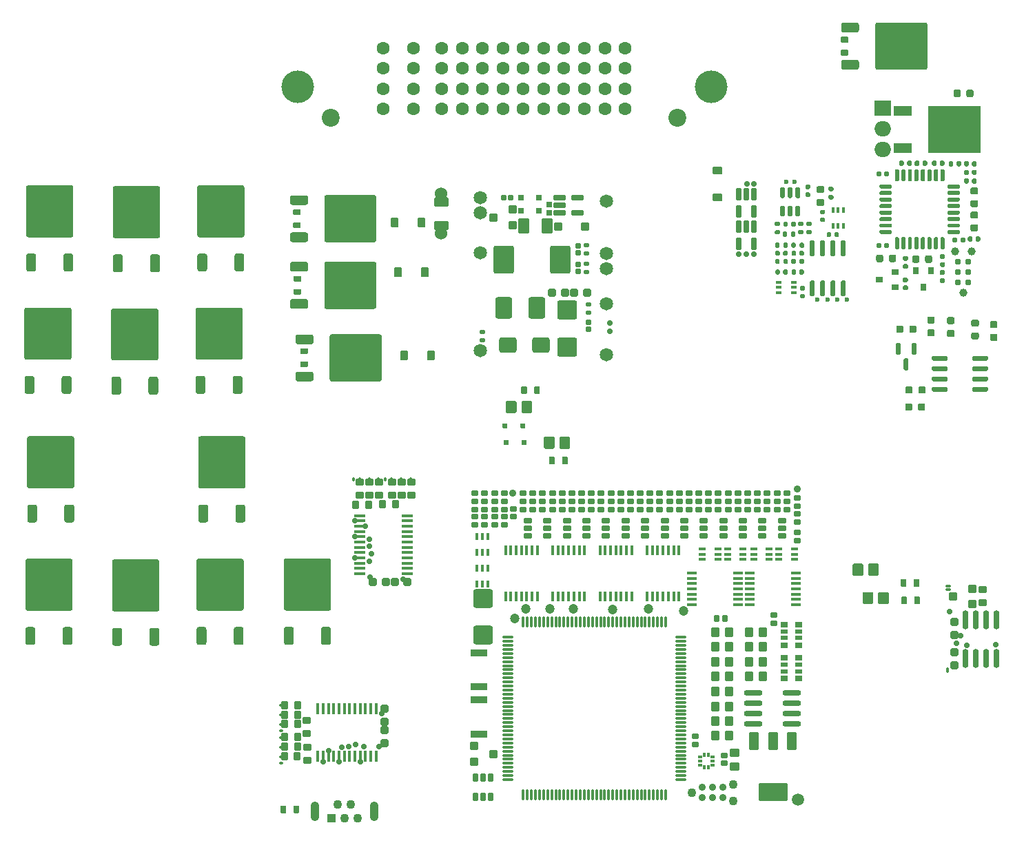
<source format=gts>
G75*
G70*
%OFA0B0*%
%FSLAX25Y25*%
%IPPOS*%
%LPD*%
%AMOC8*
5,1,8,0,0,1.08239X$1,22.5*
%
%AMM118*
21,1,0.027170,0.052760,0.000000,-0.000000,180.000000*
21,1,0.017320,0.062600,0.000000,-0.000000,180.000000*
1,1,0.009840,-0.008660,0.026380*
1,1,0.009840,0.008660,0.026380*
1,1,0.009840,0.008660,-0.026380*
1,1,0.009840,-0.008660,-0.026380*
%
%AMM138*
21,1,0.038980,0.026770,-0.000000,-0.000000,180.000000*
21,1,0.026770,0.038980,-0.000000,-0.000000,180.000000*
1,1,0.012210,-0.013390,0.013390*
1,1,0.012210,0.013390,0.013390*
1,1,0.012210,0.013390,-0.013390*
1,1,0.012210,-0.013390,-0.013390*
%
%AMM139*
21,1,0.033070,0.030710,-0.000000,-0.000000,180.000000*
21,1,0.022050,0.041730,-0.000000,-0.000000,180.000000*
1,1,0.011020,-0.011020,0.015350*
1,1,0.011020,0.011020,0.015350*
1,1,0.011020,0.011020,-0.015350*
1,1,0.011020,-0.011020,-0.015350*
%
%AMM14*
21,1,0.080320,0.083460,0.000000,0.000000,0.000000*
21,1,0.059840,0.103940,0.000000,0.000000,0.000000*
1,1,0.020470,0.029920,-0.041730*
1,1,0.020470,-0.029920,-0.041730*
1,1,0.020470,-0.029920,0.041730*
1,1,0.020470,0.029920,0.041730*
%
%AMM140*
21,1,0.033070,0.030710,-0.000000,-0.000000,90.000000*
21,1,0.022050,0.041730,-0.000000,-0.000000,90.000000*
1,1,0.011020,0.015350,0.011020*
1,1,0.011020,0.015350,-0.011020*
1,1,0.011020,-0.015350,-0.011020*
1,1,0.011020,-0.015350,0.011020*
%
%AMM145*
21,1,0.038980,0.026770,0.000000,-0.000000,270.000000*
21,1,0.026770,0.038980,0.000000,-0.000000,270.000000*
1,1,0.012210,-0.013390,-0.013390*
1,1,0.012210,-0.013390,0.013390*
1,1,0.012210,0.013390,0.013390*
1,1,0.012210,0.013390,-0.013390*
%
%AMM146*
21,1,0.033070,0.030710,0.000000,-0.000000,270.000000*
21,1,0.022050,0.041730,0.000000,-0.000000,270.000000*
1,1,0.011020,-0.015350,-0.011020*
1,1,0.011020,-0.015350,0.011020*
1,1,0.011020,0.015350,0.011020*
1,1,0.011020,0.015350,-0.011020*
%
%AMM147*
21,1,0.033070,0.030710,0.000000,-0.000000,180.000000*
21,1,0.022050,0.041730,0.000000,-0.000000,180.000000*
1,1,0.011020,-0.011020,0.015350*
1,1,0.011020,0.011020,0.015350*
1,1,0.011020,0.011020,-0.015350*
1,1,0.011020,-0.011020,-0.015350*
%
%AMM15*
21,1,0.092130,0.073230,0.000000,0.000000,270.000000*
21,1,0.069290,0.096060,0.000000,0.000000,270.000000*
1,1,0.022840,-0.036610,-0.034650*
1,1,0.022840,-0.036610,0.034650*
1,1,0.022840,0.036610,0.034650*
1,1,0.022840,0.036610,-0.034650*
%
%AMM158*
21,1,0.040950,0.030320,0.000000,-0.000000,90.000000*
21,1,0.028350,0.042910,0.000000,-0.000000,90.000000*
1,1,0.012600,0.015160,0.014170*
1,1,0.012600,0.015160,-0.014170*
1,1,0.012600,-0.015160,-0.014170*
1,1,0.012600,-0.015160,0.014170*
%
%AMM159*
21,1,0.033070,0.030710,0.000000,-0.000000,90.000000*
21,1,0.022050,0.041730,0.000000,-0.000000,90.000000*
1,1,0.011020,0.015350,0.011020*
1,1,0.011020,0.015350,-0.011020*
1,1,0.011020,-0.015350,-0.011020*
1,1,0.011020,-0.015350,0.011020*
%
%AMM16*
21,1,0.084250,0.053540,0.000000,0.000000,180.000000*
21,1,0.065350,0.072440,0.000000,0.000000,180.000000*
1,1,0.018900,-0.032680,0.026770*
1,1,0.018900,0.032680,0.026770*
1,1,0.018900,0.032680,-0.026770*
1,1,0.018900,-0.032680,-0.026770*
%
%AMM17*
21,1,0.040950,0.030320,0.000000,0.000000,90.000000*
21,1,0.028350,0.042910,0.000000,0.000000,90.000000*
1,1,0.012600,0.015160,0.014170*
1,1,0.012600,0.015160,-0.014170*
1,1,0.012600,-0.015160,-0.014170*
1,1,0.012600,-0.015160,0.014170*
%
%AMM18*
21,1,0.027170,0.052760,0.000000,0.000000,270.000000*
21,1,0.017320,0.062600,0.000000,0.000000,270.000000*
1,1,0.009840,-0.026380,-0.008660*
1,1,0.009840,-0.026380,0.008660*
1,1,0.009840,0.026380,0.008660*
1,1,0.009840,0.026380,-0.008660*
%
%AMM19*
21,1,0.041340,0.026770,0.000000,0.000000,0.000000*
21,1,0.029130,0.038980,0.000000,0.000000,0.000000*
1,1,0.012210,0.014570,-0.013390*
1,1,0.012210,-0.014570,-0.013390*
1,1,0.012210,-0.014570,0.013390*
1,1,0.012210,0.014570,0.013390*
%
%AMM20*
21,1,0.100000,0.111020,0.000000,0.000000,0.000000*
21,1,0.075590,0.135430,0.000000,0.000000,0.000000*
1,1,0.024410,0.037800,-0.055510*
1,1,0.024410,-0.037800,-0.055510*
1,1,0.024410,-0.037800,0.055510*
1,1,0.024410,0.037800,0.055510*
%
%AMM21*
21,1,0.076380,0.036220,0.000000,0.000000,90.000000*
21,1,0.061810,0.050790,0.000000,0.000000,90.000000*
1,1,0.014570,0.018110,0.030910*
1,1,0.014570,0.018110,-0.030910*
1,1,0.014570,-0.018110,-0.030910*
1,1,0.014570,-0.018110,0.030910*
%
%AMM22*
21,1,0.038980,0.026770,0.000000,0.000000,0.000000*
21,1,0.026770,0.038980,0.000000,0.000000,0.000000*
1,1,0.012210,0.013390,-0.013390*
1,1,0.012210,-0.013390,-0.013390*
1,1,0.012210,-0.013390,0.013390*
1,1,0.012210,0.013390,0.013390*
%
%AMM23*
21,1,0.021260,0.016540,0.000000,0.000000,270.000000*
21,1,0.012600,0.025200,0.000000,0.000000,270.000000*
1,1,0.008660,-0.008270,-0.006300*
1,1,0.008660,-0.008270,0.006300*
1,1,0.008660,0.008270,0.006300*
1,1,0.008660,0.008270,-0.006300*
%
%AMM230*
21,1,0.039370,0.030320,-0.000000,-0.000000,270.000000*
21,1,0.028350,0.041340,-0.000000,-0.000000,270.000000*
1,1,0.011020,-0.015160,-0.014170*
1,1,0.011020,-0.015160,0.014170*
1,1,0.011020,0.015160,0.014170*
1,1,0.011020,0.015160,-0.014170*
%
%AMM231*
21,1,0.047240,0.075980,-0.000000,-0.000000,180.000000*
21,1,0.034650,0.088580,-0.000000,-0.000000,180.000000*
1,1,0.012600,-0.017320,0.037990*
1,1,0.012600,0.017320,0.037990*
1,1,0.012600,0.017320,-0.037990*
1,1,0.012600,-0.017320,-0.037990*
%
%AMM232*
21,1,0.047240,0.075990,-0.000000,-0.000000,180.000000*
21,1,0.034650,0.088580,-0.000000,-0.000000,180.000000*
1,1,0.012600,-0.017320,0.037990*
1,1,0.012600,0.017320,0.037990*
1,1,0.012600,0.017320,-0.037990*
1,1,0.012600,-0.017320,-0.037990*
%
%AMM233*
21,1,0.141730,0.067720,-0.000000,-0.000000,180.000000*
21,1,0.120870,0.088580,-0.000000,-0.000000,180.000000*
1,1,0.020870,-0.060430,0.033860*
1,1,0.020870,0.060430,0.033860*
1,1,0.020870,0.060430,-0.033860*
1,1,0.020870,-0.060430,-0.033860*
%
%AMM234*
21,1,0.043310,0.035430,-0.000000,-0.000000,180.000000*
21,1,0.031500,0.047240,-0.000000,-0.000000,180.000000*
1,1,0.011810,-0.015750,0.017720*
1,1,0.011810,0.015750,0.017720*
1,1,0.011810,0.015750,-0.017720*
1,1,0.011810,-0.015750,-0.017720*
%
%AMM235*
21,1,0.027560,0.030710,-0.000000,-0.000000,0.000000*
21,1,0.018900,0.039370,-0.000000,-0.000000,0.000000*
1,1,0.008660,0.009450,-0.015350*
1,1,0.008660,-0.009450,-0.015350*
1,1,0.008660,-0.009450,0.015350*
1,1,0.008660,0.009450,0.015350*
%
%AMM236*
21,1,0.031500,0.018900,-0.000000,-0.000000,0.000000*
21,1,0.022840,0.027560,-0.000000,-0.000000,0.000000*
1,1,0.008660,0.011420,-0.009450*
1,1,0.008660,-0.011420,-0.009450*
1,1,0.008660,-0.011420,0.009450*
1,1,0.008660,0.011420,0.009450*
%
%AMM237*
21,1,0.027560,0.030710,-0.000000,-0.000000,90.000000*
21,1,0.018900,0.039370,-0.000000,-0.000000,90.000000*
1,1,0.008660,0.015350,0.009450*
1,1,0.008660,0.015350,-0.009450*
1,1,0.008660,-0.015350,-0.009450*
1,1,0.008660,-0.015350,0.009450*
%
%AMM238*
21,1,0.090550,0.073230,-0.000000,-0.000000,270.000000*
21,1,0.069290,0.094490,-0.000000,-0.000000,270.000000*
1,1,0.021260,-0.036610,-0.034650*
1,1,0.021260,-0.036610,0.034650*
1,1,0.021260,0.036610,0.034650*
1,1,0.021260,0.036610,-0.034650*
%
%AMM239*
21,1,0.029530,0.026380,-0.000000,-0.000000,270.000000*
21,1,0.020470,0.035430,-0.000000,-0.000000,270.000000*
1,1,0.009060,-0.013190,-0.010240*
1,1,0.009060,-0.013190,0.010240*
1,1,0.009060,0.013190,0.010240*
1,1,0.009060,0.013190,-0.010240*
%
%AMM24*
21,1,0.029130,0.018900,0.000000,0.000000,90.000000*
21,1,0.018900,0.029130,0.000000,0.000000,90.000000*
1,1,0.010240,0.009450,0.009450*
1,1,0.010240,0.009450,-0.009450*
1,1,0.010240,-0.009450,-0.009450*
1,1,0.010240,-0.009450,0.009450*
%
%AMM240*
21,1,0.021650,0.027950,-0.000000,-0.000000,270.000000*
21,1,0.014170,0.035430,-0.000000,-0.000000,270.000000*
1,1,0.007480,-0.013980,-0.007090*
1,1,0.007480,-0.013980,0.007090*
1,1,0.007480,0.013980,0.007090*
1,1,0.007480,0.013980,-0.007090*
%
%AMM241*
21,1,0.035430,0.072440,-0.000000,-0.000000,270.000000*
21,1,0.025200,0.082680,-0.000000,-0.000000,270.000000*
1,1,0.010240,-0.036220,-0.012600*
1,1,0.010240,-0.036220,0.012600*
1,1,0.010240,0.036220,0.012600*
1,1,0.010240,0.036220,-0.012600*
%
%AMM242*
21,1,0.016540,0.028980,-0.000000,-0.000000,270.000000*
21,1,0.010080,0.035430,-0.000000,-0.000000,270.000000*
1,1,0.006460,-0.014490,-0.005040*
1,1,0.006460,-0.014490,0.005040*
1,1,0.006460,0.014490,0.005040*
1,1,0.006460,0.014490,-0.005040*
%
%AMM243*
21,1,0.016540,0.028980,-0.000000,-0.000000,0.000000*
21,1,0.010080,0.035430,-0.000000,-0.000000,0.000000*
1,1,0.006460,0.005040,-0.014490*
1,1,0.006460,-0.005040,-0.014490*
1,1,0.006460,-0.005040,0.014490*
1,1,0.006460,0.005040,0.014490*
%
%AMM244*
21,1,0.043310,0.035430,-0.000000,-0.000000,90.000000*
21,1,0.031500,0.047240,-0.000000,-0.000000,90.000000*
1,1,0.011810,0.017720,0.015750*
1,1,0.011810,0.017720,-0.015750*
1,1,0.011810,-0.017720,-0.015750*
1,1,0.011810,-0.017720,0.015750*
%
%AMM245*
21,1,0.031500,0.018900,-0.000000,-0.000000,270.000000*
21,1,0.022840,0.027560,-0.000000,-0.000000,270.000000*
1,1,0.008660,-0.009450,-0.011420*
1,1,0.008660,-0.009450,0.011420*
1,1,0.008660,0.009450,0.011420*
1,1,0.008660,0.009450,-0.011420*
%
%AMM25*
21,1,0.025200,0.019680,0.000000,0.000000,0.000000*
21,1,0.015750,0.029130,0.000000,0.000000,0.000000*
1,1,0.009450,0.007870,-0.009840*
1,1,0.009450,-0.007870,-0.009840*
1,1,0.009450,-0.007870,0.009840*
1,1,0.009450,0.007870,0.009840*
%
%AMM26*
21,1,0.025200,0.019680,0.000000,0.000000,270.000000*
21,1,0.015750,0.029130,0.000000,0.000000,270.000000*
1,1,0.009450,-0.009840,-0.007870*
1,1,0.009450,-0.009840,0.007870*
1,1,0.009450,0.009840,0.007870*
1,1,0.009450,0.009840,-0.007870*
%
%ADD100M14*%
%ADD101M15*%
%ADD102M16*%
%ADD103M17*%
%ADD104M18*%
%ADD105M19*%
%ADD106M20*%
%ADD107M21*%
%ADD108M22*%
%ADD109M23*%
%ADD110M24*%
%ADD111M25*%
%ADD112M26*%
%ADD113C,0.02913*%
%ADD114C,0.06457*%
%ADD12O,0.01575X0.00787*%
%ADD13C,0.02362*%
%ADD130R,0.02559X0.01575*%
%ADD136R,0.01575X0.02559*%
%ADD146O,0.01339X0.02126*%
%ADD147O,0.05512X0.01535*%
%ADD150R,0.03543X0.03150*%
%ADD152C,0.05118*%
%ADD154R,0.03150X0.03543*%
%ADD162C,0.03100*%
%ADD165C,0.03900*%
%ADD180O,0.02520X0.01535*%
%ADD181O,0.01535X0.02520*%
%ADD19R,0.04331X0.04331*%
%ADD20C,0.04331*%
%ADD208O,0.01260X0.05512*%
%ADD209O,0.05512X0.01260*%
%ADD21O,0.04331X0.09449*%
%ADD216C,0.03494*%
%ADD220C,0.03543*%
%ADD224O,0.01575X0.04724*%
%ADD225O,0.04724X0.01575*%
%ADD227O,0.09055X0.02756*%
%ADD229R,0.01870X0.01772*%
%ADD230R,0.01772X0.01870*%
%ADD233C,0.04294*%
%ADD234C,0.04724*%
%ADD24C,0.06299*%
%ADD27O,0.00787X0.01575*%
%ADD288M118*%
%ADD303O,0.02126X0.01339*%
%ADD304O,0.01535X0.05512*%
%ADD312M138*%
%ADD313M139*%
%ADD314M140*%
%ADD319M145*%
%ADD320M146*%
%ADD321M147*%
%ADD322R,0.08661X0.04724*%
%ADD323R,0.25197X0.22835*%
%ADD324R,0.07874X0.07500*%
%ADD325O,0.07874X0.07500*%
%ADD333O,0.02913X0.09213*%
%ADD341M158*%
%ADD342M159*%
%ADD429M230*%
%ADD430M231*%
%ADD431M232*%
%ADD432M233*%
%ADD433M234*%
%ADD434M235*%
%ADD435M236*%
%ADD436M237*%
%ADD437M238*%
%ADD438M239*%
%ADD439M240*%
%ADD440M241*%
%ADD441M242*%
%ADD442M243*%
%ADD443M244*%
%ADD444M245*%
%ADD48C,0.05906*%
%ADD58C,0.06000*%
%ADD62O,0.00984X0.01969*%
%ADD64O,0.01969X0.00984*%
%ADD71C,0.15748*%
%ADD72C,0.08661*%
X0000000Y0000000D02*
%LPD*%
G01*
G36*
G01*
X0023655Y0239854D02*
X0020899Y0239854D01*
G75*
G02*
X0019914Y0240839I0000000J0000984D01*
G01*
X0019914Y0247531D01*
G75*
G02*
X0020899Y0248516I0000984J0000000D01*
G01*
X0023655Y0248516D01*
G75*
G02*
X0024639Y0247531I0000000J-000984D01*
G01*
X0024639Y0240839D01*
G75*
G02*
X0023655Y0239854I-000984J0000000D01*
G01*
G37*
G36*
G01*
X0041686Y0256390D02*
X0020820Y0256390D01*
G75*
G02*
X0019836Y0257374I0000000J0000984D01*
G01*
X0019836Y0280602D01*
G75*
G02*
X0020820Y0281587I0000984J0000000D01*
G01*
X0041686Y0281587D01*
G75*
G02*
X0042670Y0280602I0000000J-000984D01*
G01*
X0042670Y0257374D01*
G75*
G02*
X0041686Y0256390I-000984J0000000D01*
G01*
G37*
G36*
G01*
X0041607Y0239854D02*
X0038851Y0239854D01*
G75*
G02*
X0037867Y0240839I0000000J0000984D01*
G01*
X0037867Y0247531D01*
G75*
G02*
X0038851Y0248516I0000984J0000000D01*
G01*
X0041607Y0248516D01*
G75*
G02*
X0042592Y0247531I0000000J-000984D01*
G01*
X0042592Y0240839D01*
G75*
G02*
X0041607Y0239854I-000984J0000000D01*
G01*
G37*
G36*
G01*
X0066457Y0298701D02*
X0063701Y0298701D01*
G75*
G02*
X0062717Y0299685I0000000J0000984D01*
G01*
X0062717Y0306378D01*
G75*
G02*
X0063701Y0307362I0000984J0000000D01*
G01*
X0066457Y0307362D01*
G75*
G02*
X0067441Y0306378I0000000J-000984D01*
G01*
X0067441Y0299685D01*
G75*
G02*
X0066457Y0298701I-000984J0000000D01*
G01*
G37*
G36*
G01*
X0084488Y0315236D02*
X0063622Y0315236D01*
G75*
G02*
X0062638Y0316220I0000000J0000984D01*
G01*
X0062638Y0339449D01*
G75*
G02*
X0063622Y0340433I0000984J0000000D01*
G01*
X0084488Y0340433D01*
G75*
G02*
X0085472Y0339449I0000000J-000984D01*
G01*
X0085472Y0316220D01*
G75*
G02*
X0084488Y0315236I-000984J0000000D01*
G01*
G37*
G36*
G01*
X0084409Y0298701D02*
X0081654Y0298701D01*
G75*
G02*
X0080669Y0299685I0000000J0000984D01*
G01*
X0080669Y0306378D01*
G75*
G02*
X0081654Y0307362I0000984J0000000D01*
G01*
X0084409Y0307362D01*
G75*
G02*
X0085394Y0306378I0000000J-000984D01*
G01*
X0085394Y0299685D01*
G75*
G02*
X0084409Y0298701I-000984J0000000D01*
G01*
G37*
G36*
G01*
X0024134Y0118346D02*
X0021378Y0118346D01*
G75*
G02*
X0020394Y0119331I0000000J0000984D01*
G01*
X0020394Y0126024D01*
G75*
G02*
X0021378Y0127008I0000984J0000000D01*
G01*
X0024134Y0127008D01*
G75*
G02*
X0025118Y0126024I0000000J-000984D01*
G01*
X0025118Y0119331D01*
G75*
G02*
X0024134Y0118346I-000984J0000000D01*
G01*
G37*
G36*
G01*
X0042165Y0134882D02*
X0021299Y0134882D01*
G75*
G02*
X0020315Y0135866I0000000J0000984D01*
G01*
X0020315Y0159094D01*
G75*
G02*
X0021299Y0160079I0000984J0000000D01*
G01*
X0042165Y0160079D01*
G75*
G02*
X0043150Y0159094I0000000J-000984D01*
G01*
X0043150Y0135866D01*
G75*
G02*
X0042165Y0134882I-000984J0000000D01*
G01*
G37*
G36*
G01*
X0042087Y0118346D02*
X0039331Y0118346D01*
G75*
G02*
X0038346Y0119331I0000000J0000984D01*
G01*
X0038346Y0126024D01*
G75*
G02*
X0039331Y0127008I0000984J0000000D01*
G01*
X0042087Y0127008D01*
G75*
G02*
X0043071Y0126024I0000000J-000984D01*
G01*
X0043071Y0119331D01*
G75*
G02*
X0042087Y0118346I-000984J0000000D01*
G01*
G37*
G36*
G01*
X0024488Y0299094D02*
X0021732Y0299094D01*
G75*
G02*
X0020748Y0300079I0000000J0000984D01*
G01*
X0020748Y0306772D01*
G75*
G02*
X0021732Y0307756I0000984J0000000D01*
G01*
X0024488Y0307756D01*
G75*
G02*
X0025472Y0306772I0000000J-000984D01*
G01*
X0025472Y0300079D01*
G75*
G02*
X0024488Y0299094I-000984J0000000D01*
G01*
G37*
G36*
G01*
X0042520Y0315630D02*
X0021654Y0315630D01*
G75*
G02*
X0020669Y0316614I0000000J0000984D01*
G01*
X0020669Y0339843D01*
G75*
G02*
X0021654Y0340827I0000984J0000000D01*
G01*
X0042520Y0340827D01*
G75*
G02*
X0043504Y0339843I0000000J-000984D01*
G01*
X0043504Y0316614D01*
G75*
G02*
X0042520Y0315630I-000984J0000000D01*
G01*
G37*
G36*
G01*
X0042441Y0299094D02*
X0039685Y0299094D01*
G75*
G02*
X0038701Y0300079I0000000J0000984D01*
G01*
X0038701Y0306772D01*
G75*
G02*
X0039685Y0307756I0000984J0000000D01*
G01*
X0042441Y0307756D01*
G75*
G02*
X0043425Y0306772I0000000J-000984D01*
G01*
X0043425Y0300079D01*
G75*
G02*
X0042441Y0299094I-000984J0000000D01*
G01*
G37*
G36*
G01*
X0269185Y0243171D02*
X0269185Y0240101D01*
G75*
G02*
X0268909Y0239825I-000276J0000000D01*
G01*
X0266705Y0239825D01*
G75*
G02*
X0266429Y0240101I0000000J0000276D01*
G01*
X0266429Y0243171D01*
G75*
G02*
X0266705Y0243447I0000276J0000000D01*
G01*
X0268909Y0243447D01*
G75*
G02*
X0269185Y0243171I0000000J-000276D01*
G01*
G37*
G36*
G01*
X0262886Y0243171D02*
X0262886Y0240101D01*
G75*
G02*
X0262610Y0239825I-000276J0000000D01*
G01*
X0260406Y0239825D01*
G75*
G02*
X0260130Y0240101I0000000J0000276D01*
G01*
X0260130Y0243171D01*
G75*
G02*
X0260406Y0243447I0000276J0000000D01*
G01*
X0262610Y0243447D01*
G75*
G02*
X0262886Y0243171I0000000J-000276D01*
G01*
G37*
G36*
G01*
X0257914Y0235939D02*
X0257914Y0231057D01*
G75*
G02*
X0257402Y0230545I-000512J0000000D01*
G01*
X0253307Y0230545D01*
G75*
G02*
X0252796Y0231057I0000000J0000512D01*
G01*
X0252796Y0235939D01*
G75*
G02*
X0253307Y0236451I0000512J0000000D01*
G01*
X0257402Y0236451D01*
G75*
G02*
X0257914Y0235939I0000000J-000512D01*
G01*
G37*
G36*
G01*
X0265394Y0235939D02*
X0265394Y0231057D01*
G75*
G02*
X0264882Y0230545I-000512J0000000D01*
G01*
X0260788Y0230545D01*
G75*
G02*
X0260276Y0231057I0000000J0000512D01*
G01*
X0260276Y0235939D01*
G75*
G02*
X0260788Y0236451I0000512J0000000D01*
G01*
X0264882Y0236451D01*
G75*
G02*
X0265394Y0235939I0000000J-000512D01*
G01*
G37*
G36*
G01*
X0273606Y0206025D02*
X0273606Y0209096D01*
G75*
G02*
X0273882Y0209372I0000276J0000000D01*
G01*
X0276087Y0209372D01*
G75*
G02*
X0276362Y0209096I0000000J-000276D01*
G01*
X0276362Y0206025D01*
G75*
G02*
X0276087Y0205750I-000276J0000000D01*
G01*
X0273882Y0205750D01*
G75*
G02*
X0273606Y0206025I0000000J0000276D01*
G01*
G37*
G36*
G01*
X0279906Y0206025D02*
X0279906Y0209096D01*
G75*
G02*
X0280181Y0209372I0000276J0000000D01*
G01*
X0282386Y0209372D01*
G75*
G02*
X0282661Y0209096I0000000J-000276D01*
G01*
X0282661Y0206025D01*
G75*
G02*
X0282386Y0205750I-000276J0000000D01*
G01*
X0280181Y0205750D01*
G75*
G02*
X0279906Y0206025I0000000J0000276D01*
G01*
G37*
D12*
X0144191Y0061284D03*
X0144191Y0064276D03*
X0144191Y0068902D03*
X0144191Y0073528D03*
X0144191Y0076834D03*
X0144191Y0079787D03*
X0144191Y0084413D03*
X0144191Y0089039D03*
D13*
X0183953Y0069197D03*
X0182280Y0061972D03*
X0180114Y0070043D03*
X0176669Y0069197D03*
X0173323Y0068902D03*
X0172043Y0061972D03*
X0166925Y0067130D03*
X0164366Y0061972D03*
X0192614Y0085299D03*
X0191433Y0069256D03*
G36*
G01*
X0213693Y0324760D02*
X0213693Y0320744D01*
G75*
G02*
X0213339Y0320390I-000354J0000000D01*
G01*
X0210504Y0320390D01*
G75*
G02*
X0210150Y0320744I0000000J0000354D01*
G01*
X0210150Y0324760D01*
G75*
G02*
X0210504Y0325114I0000354J0000000D01*
G01*
X0213339Y0325114D01*
G75*
G02*
X0213693Y0324760I0000000J-000354D01*
G01*
G37*
G36*
G01*
X0200701Y0324760D02*
X0200701Y0320744D01*
G75*
G02*
X0200346Y0320390I-000354J0000000D01*
G01*
X0197512Y0320390D01*
G75*
G02*
X0197157Y0320744I0000000J0000354D01*
G01*
X0197157Y0324760D01*
G75*
G02*
X0197512Y0325114I0000354J0000000D01*
G01*
X0200346Y0325114D01*
G75*
G02*
X0200701Y0324760I0000000J-000354D01*
G01*
G37*
G36*
G01*
X0451220Y0272480D02*
X0451220Y0269803D01*
G75*
G02*
X0450886Y0269468I-000335J0000000D01*
G01*
X0448209Y0269468D01*
G75*
G02*
X0447874Y0269803I0000000J0000335D01*
G01*
X0447874Y0272480D01*
G75*
G02*
X0448209Y0272815I0000335J0000000D01*
G01*
X0450886Y0272815D01*
G75*
G02*
X0451220Y0272480I0000000J-000335D01*
G01*
G37*
G36*
G01*
X0445000Y0272480D02*
X0445000Y0269803D01*
G75*
G02*
X0444665Y0269468I-000335J0000000D01*
G01*
X0441988Y0269468D01*
G75*
G02*
X0441654Y0269803I0000000J0000335D01*
G01*
X0441654Y0272480D01*
G75*
G02*
X0441988Y0272815I0000335J0000000D01*
G01*
X0444665Y0272815D01*
G75*
G02*
X0445000Y0272480I0000000J-000335D01*
G01*
G37*
X0408231Y0285629D03*
X0403507Y0285629D03*
X0412956Y0285629D03*
X0417680Y0285629D03*
X0392247Y0342420D03*
X0388310Y0342420D03*
G36*
G01*
X0148370Y0332240D02*
X0148370Y0334996D01*
G75*
G02*
X0149354Y0335980I0000984J0000000D01*
G01*
X0156047Y0335980D01*
G75*
G02*
X0157031Y0334996I0000000J-000984D01*
G01*
X0157031Y0332240D01*
G75*
G02*
X0156047Y0331256I-000984J0000000D01*
G01*
X0149354Y0331256D01*
G75*
G02*
X0148370Y0332240I0000000J0000984D01*
G01*
G37*
G36*
G01*
X0164906Y0314209D02*
X0164906Y0335075D01*
G75*
G02*
X0165890Y0336059I0000984J0000000D01*
G01*
X0189118Y0336059D01*
G75*
G02*
X0190102Y0335075I0000000J-000984D01*
G01*
X0190102Y0314209D01*
G75*
G02*
X0189118Y0313224I-000984J0000000D01*
G01*
X0165890Y0313224D01*
G75*
G02*
X0164906Y0314209I0000000J0000984D01*
G01*
G37*
G36*
G01*
X0148370Y0314287D02*
X0148370Y0317043D01*
G75*
G02*
X0149354Y0318028I0000984J0000000D01*
G01*
X0156047Y0318028D01*
G75*
G02*
X0157031Y0317043I0000000J-000984D01*
G01*
X0157031Y0314287D01*
G75*
G02*
X0156047Y0313303I-000984J0000000D01*
G01*
X0149354Y0313303D01*
G75*
G02*
X0148370Y0314287I0000000J0000984D01*
G01*
G37*
G36*
G01*
X0430417Y0143461D02*
X0430417Y0138579D01*
G75*
G02*
X0429905Y0138067I-000512J0000000D01*
G01*
X0425811Y0138067D01*
G75*
G02*
X0425299Y0138579I0000000J0000512D01*
G01*
X0425299Y0143461D01*
G75*
G02*
X0425811Y0143972I0000512J0000000D01*
G01*
X0429905Y0143972D01*
G75*
G02*
X0430417Y0143461I0000000J-000512D01*
G01*
G37*
G36*
G01*
X0437897Y0143461D02*
X0437897Y0138579D01*
G75*
G02*
X0437385Y0138067I-000512J0000000D01*
G01*
X0433291Y0138067D01*
G75*
G02*
X0432779Y0138579I0000000J0000512D01*
G01*
X0432779Y0143461D01*
G75*
G02*
X0433291Y0143972I0000512J0000000D01*
G01*
X0437385Y0143972D01*
G75*
G02*
X0437897Y0143461I0000000J-000512D01*
G01*
G37*
G36*
G01*
X0150134Y0329146D02*
X0153204Y0329146D01*
G75*
G02*
X0153480Y0328870I0000000J-000276D01*
G01*
X0153480Y0326665D01*
G75*
G02*
X0153204Y0326390I-000276J0000000D01*
G01*
X0150134Y0326390D01*
G75*
G02*
X0149858Y0326665I0000000J0000276D01*
G01*
X0149858Y0328870D01*
G75*
G02*
X0150134Y0329146I0000276J0000000D01*
G01*
G37*
G36*
G01*
X0150134Y0322846D02*
X0153204Y0322846D01*
G75*
G02*
X0153480Y0322571I0000000J-000276D01*
G01*
X0153480Y0320366D01*
G75*
G02*
X0153204Y0320091I-000276J0000000D01*
G01*
X0150134Y0320091D01*
G75*
G02*
X0149858Y0320366I0000000J0000276D01*
G01*
X0149858Y0322571D01*
G75*
G02*
X0150134Y0322846I0000276J0000000D01*
G01*
G37*
G36*
G01*
X0153582Y0261894D02*
X0156653Y0261894D01*
G75*
G02*
X0156929Y0261618I0000000J-000276D01*
G01*
X0156929Y0259413D01*
G75*
G02*
X0156653Y0259138I-000276J0000000D01*
G01*
X0153582Y0259138D01*
G75*
G02*
X0153307Y0259413I0000000J0000276D01*
G01*
X0153307Y0261618D01*
G75*
G02*
X0153582Y0261894I0000276J0000000D01*
G01*
G37*
G36*
G01*
X0153582Y0255594D02*
X0156653Y0255594D01*
G75*
G02*
X0156929Y0255319I0000000J-000276D01*
G01*
X0156929Y0253114D01*
G75*
G02*
X0156653Y0252839I-000276J0000000D01*
G01*
X0153582Y0252839D01*
G75*
G02*
X0153307Y0253114I0000000J0000276D01*
G01*
X0153307Y0255319D01*
G75*
G02*
X0153582Y0255594I0000276J0000000D01*
G01*
G37*
G36*
G01*
X0150358Y0296937D02*
X0153429Y0296937D01*
G75*
G02*
X0153704Y0296661I0000000J-000276D01*
G01*
X0153704Y0294457D01*
G75*
G02*
X0153429Y0294181I-000276J0000000D01*
G01*
X0150358Y0294181D01*
G75*
G02*
X0150082Y0294457I0000000J0000276D01*
G01*
X0150082Y0296661D01*
G75*
G02*
X0150358Y0296937I0000276J0000000D01*
G01*
G37*
G36*
G01*
X0150358Y0290638D02*
X0153429Y0290638D01*
G75*
G02*
X0153704Y0290362I0000000J-000276D01*
G01*
X0153704Y0288157D01*
G75*
G02*
X0153429Y0287882I-000276J0000000D01*
G01*
X0150358Y0287882D01*
G75*
G02*
X0150082Y0288157I0000000J0000276D01*
G01*
X0150082Y0290362D01*
G75*
G02*
X0150358Y0290638I0000276J0000000D01*
G01*
G37*
G36*
G01*
X0148370Y0299976D02*
X0148370Y0302732D01*
G75*
G02*
X0149354Y0303717I0000984J0000000D01*
G01*
X0156047Y0303717D01*
G75*
G02*
X0157031Y0302732I0000000J-000984D01*
G01*
X0157031Y0299976D01*
G75*
G02*
X0156047Y0298992I-000984J0000000D01*
G01*
X0149354Y0298992D01*
G75*
G02*
X0148370Y0299976I0000000J0000984D01*
G01*
G37*
G36*
G01*
X0164906Y0281945D02*
X0164906Y0302811D01*
G75*
G02*
X0165890Y0303795I0000984J0000000D01*
G01*
X0189118Y0303795D01*
G75*
G02*
X0190102Y0302811I0000000J-000984D01*
G01*
X0190102Y0281945D01*
G75*
G02*
X0189118Y0280961I-000984J0000000D01*
G01*
X0165890Y0280961D01*
G75*
G02*
X0164906Y0281945I0000000J0000984D01*
G01*
G37*
G36*
G01*
X0148370Y0282024D02*
X0148370Y0284780D01*
G75*
G02*
X0149354Y0285764I0000984J0000000D01*
G01*
X0156047Y0285764D01*
G75*
G02*
X0157031Y0284780I0000000J-000984D01*
G01*
X0157031Y0282024D01*
G75*
G02*
X0156047Y0281039I-000984J0000000D01*
G01*
X0149354Y0281039D01*
G75*
G02*
X0148370Y0282024I0000000J0000984D01*
G01*
G37*
D19*
X0168339Y0034362D03*
D20*
X0171488Y0041252D03*
X0174638Y0034362D03*
X0177787Y0041252D03*
X0180937Y0034362D03*
D21*
X0160268Y0037807D03*
X0189008Y0037807D03*
D13*
X0372756Y0307319D03*
X0369016Y0307319D03*
X0365276Y0307319D03*
X0369213Y0341571D03*
X0372756Y0341571D03*
G36*
G01*
X0215343Y0300713D02*
X0215343Y0296697D01*
G75*
G02*
X0214988Y0296343I-000354J0000000D01*
G01*
X0212154Y0296343D01*
G75*
G02*
X0211799Y0296697I0000000J0000354D01*
G01*
X0211799Y0300713D01*
G75*
G02*
X0212154Y0301067I0000354J0000000D01*
G01*
X0214988Y0301067D01*
G75*
G02*
X0215343Y0300713I0000000J-000354D01*
G01*
G37*
G36*
G01*
X0202350Y0300713D02*
X0202350Y0296697D01*
G75*
G02*
X0201996Y0296343I-000354J0000000D01*
G01*
X0199161Y0296343D01*
G75*
G02*
X0198807Y0296697I0000000J0000354D01*
G01*
X0198807Y0300713D01*
G75*
G02*
X0199161Y0301067I0000354J0000000D01*
G01*
X0201996Y0301067D01*
G75*
G02*
X0202350Y0300713I0000000J-000354D01*
G01*
G37*
G36*
G01*
X0458752Y0256453D02*
X0458752Y0257634D01*
G75*
G02*
X0459343Y0258224I0000591J0000000D01*
G01*
X0465839Y0258224D01*
G75*
G02*
X0466429Y0257634I0000000J-000591D01*
G01*
X0466429Y0256453D01*
G75*
G02*
X0465839Y0255862I-000591J0000000D01*
G01*
X0459343Y0255862D01*
G75*
G02*
X0458752Y0256453I0000000J0000591D01*
G01*
G37*
G36*
G01*
X0458752Y0251453D02*
X0458752Y0252634D01*
G75*
G02*
X0459343Y0253224I0000591J0000000D01*
G01*
X0465839Y0253224D01*
G75*
G02*
X0466429Y0252634I0000000J-000591D01*
G01*
X0466429Y0251453D01*
G75*
G02*
X0465839Y0250862I-000591J0000000D01*
G01*
X0459343Y0250862D01*
G75*
G02*
X0458752Y0251453I0000000J0000591D01*
G01*
G37*
G36*
G01*
X0458752Y0246453D02*
X0458752Y0247634D01*
G75*
G02*
X0459343Y0248224I0000591J0000000D01*
G01*
X0465839Y0248224D01*
G75*
G02*
X0466429Y0247634I0000000J-000591D01*
G01*
X0466429Y0246453D01*
G75*
G02*
X0465839Y0245862I-000591J0000000D01*
G01*
X0459343Y0245862D01*
G75*
G02*
X0458752Y0246453I0000000J0000591D01*
G01*
G37*
G36*
G01*
X0458752Y0241453D02*
X0458752Y0242634D01*
G75*
G02*
X0459343Y0243224I0000591J0000000D01*
G01*
X0465839Y0243224D01*
G75*
G02*
X0466429Y0242634I0000000J-000591D01*
G01*
X0466429Y0241453D01*
G75*
G02*
X0465839Y0240862I-000591J0000000D01*
G01*
X0459343Y0240862D01*
G75*
G02*
X0458752Y0241453I0000000J0000591D01*
G01*
G37*
G36*
G01*
X0478240Y0241453D02*
X0478240Y0242634D01*
G75*
G02*
X0478831Y0243224I0000591J0000000D01*
G01*
X0485327Y0243224D01*
G75*
G02*
X0485917Y0242634I0000000J-000591D01*
G01*
X0485917Y0241453D01*
G75*
G02*
X0485327Y0240862I-000591J0000000D01*
G01*
X0478831Y0240862D01*
G75*
G02*
X0478240Y0241453I0000000J0000591D01*
G01*
G37*
G36*
G01*
X0478240Y0246453D02*
X0478240Y0247634D01*
G75*
G02*
X0478831Y0248224I0000591J0000000D01*
G01*
X0485327Y0248224D01*
G75*
G02*
X0485917Y0247634I0000000J-000591D01*
G01*
X0485917Y0246453D01*
G75*
G02*
X0485327Y0245862I-000591J0000000D01*
G01*
X0478831Y0245862D01*
G75*
G02*
X0478240Y0246453I0000000J0000591D01*
G01*
G37*
G36*
G01*
X0478240Y0251453D02*
X0478240Y0252634D01*
G75*
G02*
X0478831Y0253224I0000591J0000000D01*
G01*
X0485327Y0253224D01*
G75*
G02*
X0485917Y0252634I0000000J-000591D01*
G01*
X0485917Y0251453D01*
G75*
G02*
X0485327Y0250862I-000591J0000000D01*
G01*
X0478831Y0250862D01*
G75*
G02*
X0478240Y0251453I0000000J0000591D01*
G01*
G37*
G36*
G01*
X0478240Y0256453D02*
X0478240Y0257634D01*
G75*
G02*
X0478831Y0258224I0000591J0000000D01*
G01*
X0485327Y0258224D01*
G75*
G02*
X0485917Y0257634I0000000J-000591D01*
G01*
X0485917Y0256453D01*
G75*
G02*
X0485327Y0255862I-000591J0000000D01*
G01*
X0478831Y0255862D01*
G75*
G02*
X0478240Y0256453I0000000J0000591D01*
G01*
G37*
G36*
G01*
X0443748Y0146795D02*
X0443748Y0149866D01*
G75*
G02*
X0444024Y0150141I0000276J0000000D01*
G01*
X0446228Y0150141D01*
G75*
G02*
X0446504Y0149866I0000000J-000276D01*
G01*
X0446504Y0146795D01*
G75*
G02*
X0446228Y0146519I-000276J0000000D01*
G01*
X0444024Y0146519D01*
G75*
G02*
X0443748Y0146795I0000000J0000276D01*
G01*
G37*
G36*
G01*
X0450047Y0146795D02*
X0450047Y0149866D01*
G75*
G02*
X0450323Y0150141I0000276J0000000D01*
G01*
X0452528Y0150141D01*
G75*
G02*
X0452803Y0149866I0000000J-000276D01*
G01*
X0452803Y0146795D01*
G75*
G02*
X0452528Y0146519I-000276J0000000D01*
G01*
X0450323Y0146519D01*
G75*
G02*
X0450047Y0146795I0000000J0000276D01*
G01*
G37*
D71*
X0151920Y0388604D03*
D72*
X0168061Y0373446D03*
X0335778Y0373446D03*
D71*
X0351920Y0388604D03*
D24*
X0193455Y0407305D03*
X0193455Y0397462D03*
X0193455Y0387620D03*
X0193455Y0377777D03*
X0208022Y0407305D03*
X0208022Y0397462D03*
X0208022Y0387620D03*
X0208022Y0377777D03*
X0221802Y0407305D03*
X0221802Y0397462D03*
X0221802Y0387620D03*
X0221802Y0377777D03*
X0231644Y0407305D03*
X0231644Y0397462D03*
X0231644Y0387620D03*
X0231644Y0377777D03*
X0241487Y0407305D03*
X0241487Y0397462D03*
X0241487Y0387620D03*
X0241487Y0377777D03*
X0251329Y0407305D03*
X0251329Y0397462D03*
X0251329Y0387620D03*
X0251329Y0377777D03*
X0261172Y0407305D03*
X0261172Y0397462D03*
X0261172Y0387620D03*
X0261172Y0377777D03*
X0271014Y0407305D03*
X0271014Y0397462D03*
X0271014Y0387620D03*
X0271014Y0377777D03*
X0280857Y0407305D03*
X0280857Y0397462D03*
X0280857Y0387620D03*
X0280857Y0377777D03*
X0290699Y0407305D03*
X0290699Y0397462D03*
X0290699Y0387620D03*
X0290699Y0377777D03*
X0300542Y0407305D03*
X0300542Y0397462D03*
X0300542Y0387620D03*
X0300542Y0377777D03*
X0310384Y0407305D03*
X0310384Y0397462D03*
X0310384Y0387620D03*
X0310384Y0377777D03*
G36*
G01*
X0218272Y0260429D02*
X0218272Y0256413D01*
G75*
G02*
X0217917Y0256059I-000354J0000000D01*
G01*
X0215083Y0256059D01*
G75*
G02*
X0214728Y0256413I0000000J0000354D01*
G01*
X0214728Y0260429D01*
G75*
G02*
X0215083Y0260783I0000354J0000000D01*
G01*
X0217917Y0260783D01*
G75*
G02*
X0218272Y0260429I0000000J-000354D01*
G01*
G37*
G36*
G01*
X0205280Y0260429D02*
X0205280Y0256413D01*
G75*
G02*
X0204925Y0256059I-000354J0000000D01*
G01*
X0202091Y0256059D01*
G75*
G02*
X0201736Y0256413I0000000J0000354D01*
G01*
X0201736Y0260429D01*
G75*
G02*
X0202091Y0260783I0000354J0000000D01*
G01*
X0204925Y0260783D01*
G75*
G02*
X0205280Y0260429I0000000J-000354D01*
G01*
G37*
G36*
G01*
X0150996Y0264835D02*
X0150996Y0267591D01*
G75*
G02*
X0151980Y0268575I0000984J0000000D01*
G01*
X0158673Y0268575D01*
G75*
G02*
X0159657Y0267591I0000000J-000984D01*
G01*
X0159657Y0264835D01*
G75*
G02*
X0158673Y0263850I-000984J0000000D01*
G01*
X0151980Y0263850D01*
G75*
G02*
X0150996Y0264835I0000000J0000984D01*
G01*
G37*
G36*
G01*
X0167531Y0246803D02*
X0167531Y0267669D01*
G75*
G02*
X0168516Y0268654I0000984J0000000D01*
G01*
X0191744Y0268654D01*
G75*
G02*
X0192728Y0267669I0000000J-000984D01*
G01*
X0192728Y0246803D01*
G75*
G02*
X0191744Y0245819I-000984J0000000D01*
G01*
X0168516Y0245819D01*
G75*
G02*
X0167531Y0246803I0000000J0000984D01*
G01*
G37*
G36*
G01*
X0150996Y0246882D02*
X0150996Y0249638D01*
G75*
G02*
X0151980Y0250622I0000984J0000000D01*
G01*
X0158673Y0250622D01*
G75*
G02*
X0159657Y0249638I0000000J-000984D01*
G01*
X0159657Y0246882D01*
G75*
G02*
X0158673Y0245898I-000984J0000000D01*
G01*
X0151980Y0245898D01*
G75*
G02*
X0150996Y0246882I0000000J0000984D01*
G01*
G37*
D27*
X0178937Y0198550D03*
X0181929Y0198550D03*
X0186555Y0198550D03*
X0191181Y0198550D03*
X0194488Y0198550D03*
X0197441Y0198550D03*
X0202067Y0198550D03*
X0206693Y0198550D03*
D13*
X0186850Y0158787D03*
X0179626Y0160461D03*
X0187697Y0162626D03*
X0186850Y0166071D03*
X0186555Y0169417D03*
X0179626Y0170697D03*
X0184783Y0175815D03*
X0179626Y0178374D03*
X0202953Y0150126D03*
X0186909Y0151307D03*
G36*
G01*
X0251366Y0225624D02*
X0253256Y0225624D01*
G75*
G02*
X0253492Y0225388I0000000J-000236D01*
G01*
X0253492Y0223498D01*
G75*
G02*
X0253256Y0223262I-000236J0000000D01*
G01*
X0251366Y0223262D01*
G75*
G02*
X0251130Y0223498I0000000J0000236D01*
G01*
X0251130Y0225388D01*
G75*
G02*
X0251366Y0225624I0000236J0000000D01*
G01*
G37*
G36*
G01*
X0260028Y0225624D02*
X0261917Y0225624D01*
G75*
G02*
X0262154Y0225388I0000000J-000236D01*
G01*
X0262154Y0223498D01*
G75*
G02*
X0261917Y0223262I-000236J0000000D01*
G01*
X0260028Y0223262D01*
G75*
G02*
X0259791Y0223498I0000000J0000236D01*
G01*
X0259791Y0225388D01*
G75*
G02*
X0260028Y0225624I0000236J0000000D01*
G01*
G37*
G36*
G01*
X0425650Y0157181D02*
X0425650Y0152299D01*
G75*
G02*
X0425138Y0151787I-000512J0000000D01*
G01*
X0421043Y0151787D01*
G75*
G02*
X0420531Y0152299I0000000J0000512D01*
G01*
X0420531Y0157181D01*
G75*
G02*
X0421043Y0157693I0000512J0000000D01*
G01*
X0425138Y0157693D01*
G75*
G02*
X0425650Y0157181I0000000J-000512D01*
G01*
G37*
G36*
G01*
X0433130Y0157181D02*
X0433130Y0152299D01*
G75*
G02*
X0432618Y0151787I-000512J0000000D01*
G01*
X0428524Y0151787D01*
G75*
G02*
X0428012Y0152299I0000000J0000512D01*
G01*
X0428012Y0157181D01*
G75*
G02*
X0428524Y0157693I0000512J0000000D01*
G01*
X0432618Y0157693D01*
G75*
G02*
X0433130Y0157181I0000000J-000512D01*
G01*
G37*
G36*
G01*
X0149134Y0118425D02*
X0146378Y0118425D01*
G75*
G02*
X0145394Y0119409I0000000J0000984D01*
G01*
X0145394Y0126102D01*
G75*
G02*
X0146378Y0127087I0000984J0000000D01*
G01*
X0149134Y0127087D01*
G75*
G02*
X0150118Y0126102I0000000J-000984D01*
G01*
X0150118Y0119409D01*
G75*
G02*
X0149134Y0118425I-000984J0000000D01*
G01*
G37*
G36*
G01*
X0167165Y0134961D02*
X0146299Y0134961D01*
G75*
G02*
X0145315Y0135945I0000000J0000984D01*
G01*
X0145315Y0159173D01*
G75*
G02*
X0146299Y0160157I0000984J0000000D01*
G01*
X0167165Y0160157D01*
G75*
G02*
X0168150Y0159173I0000000J-000984D01*
G01*
X0168150Y0135945D01*
G75*
G02*
X0167165Y0134961I-000984J0000000D01*
G01*
G37*
G36*
G01*
X0167087Y0118425D02*
X0164331Y0118425D01*
G75*
G02*
X0163346Y0119409I0000000J0000984D01*
G01*
X0163346Y0126102D01*
G75*
G02*
X0164331Y0127087I0000984J0000000D01*
G01*
X0167087Y0127087D01*
G75*
G02*
X0168071Y0126102I0000000J-000984D01*
G01*
X0168071Y0119409D01*
G75*
G02*
X0167087Y0118425I-000984J0000000D01*
G01*
G37*
G36*
G01*
X0024967Y0177587D02*
X0022212Y0177587D01*
G75*
G02*
X0021227Y0178571I0000000J0000984D01*
G01*
X0021227Y0185264D01*
G75*
G02*
X0022212Y0186248I0000984J0000000D01*
G01*
X0024967Y0186248D01*
G75*
G02*
X0025952Y0185264I0000000J-000984D01*
G01*
X0025952Y0178571D01*
G75*
G02*
X0024967Y0177587I-000984J0000000D01*
G01*
G37*
G36*
G01*
X0042999Y0194122D02*
X0022133Y0194122D01*
G75*
G02*
X0021149Y0195106I0000000J0000984D01*
G01*
X0021149Y0218335D01*
G75*
G02*
X0022133Y0219319I0000984J0000000D01*
G01*
X0042999Y0219319D01*
G75*
G02*
X0043983Y0218335I0000000J-000984D01*
G01*
X0043983Y0195106D01*
G75*
G02*
X0042999Y0194122I-000984J0000000D01*
G01*
G37*
G36*
G01*
X0042920Y0177587D02*
X0040164Y0177587D01*
G75*
G02*
X0039180Y0178571I0000000J0000984D01*
G01*
X0039180Y0185264D01*
G75*
G02*
X0040164Y0186248I0000984J0000000D01*
G01*
X0042920Y0186248D01*
G75*
G02*
X0043904Y0185264I0000000J-000984D01*
G01*
X0043904Y0178571D01*
G75*
G02*
X0042920Y0177587I-000984J0000000D01*
G01*
G37*
G36*
G01*
X0276224Y0218683D02*
X0276224Y0213801D01*
G75*
G02*
X0275712Y0213290I-000512J0000000D01*
G01*
X0271618Y0213290D01*
G75*
G02*
X0271106Y0213801I0000000J0000512D01*
G01*
X0271106Y0218683D01*
G75*
G02*
X0271618Y0219195I0000512J0000000D01*
G01*
X0275712Y0219195D01*
G75*
G02*
X0276224Y0218683I0000000J-000512D01*
G01*
G37*
G36*
G01*
X0283704Y0218683D02*
X0283704Y0213801D01*
G75*
G02*
X0283193Y0213290I-000512J0000000D01*
G01*
X0279098Y0213290D01*
G75*
G02*
X0278586Y0213801I0000000J0000512D01*
G01*
X0278586Y0218683D01*
G75*
G02*
X0279098Y0219195I0000512J0000000D01*
G01*
X0283193Y0219195D01*
G75*
G02*
X0283704Y0218683I0000000J-000512D01*
G01*
G37*
G36*
G01*
X0457106Y0277287D02*
X0459783Y0277287D01*
G75*
G02*
X0460118Y0276953I0000000J-000335D01*
G01*
X0460118Y0274276D01*
G75*
G02*
X0459783Y0273941I-000335J0000000D01*
G01*
X0457106Y0273941D01*
G75*
G02*
X0456772Y0274276I0000000J0000335D01*
G01*
X0456772Y0276953D01*
G75*
G02*
X0457106Y0277287I0000335J0000000D01*
G01*
G37*
G36*
G01*
X0457106Y0271067D02*
X0459783Y0271067D01*
G75*
G02*
X0460118Y0270732I0000000J-000335D01*
G01*
X0460118Y0268055D01*
G75*
G02*
X0459783Y0267720I-000335J0000000D01*
G01*
X0457106Y0267720D01*
G75*
G02*
X0456772Y0268055I0000000J0000335D01*
G01*
X0456772Y0270732D01*
G75*
G02*
X0457106Y0271067I0000335J0000000D01*
G01*
G37*
G36*
G01*
X0445909Y0232114D02*
X0445909Y0234791D01*
G75*
G02*
X0446244Y0235126I0000335J0000000D01*
G01*
X0448921Y0235126D01*
G75*
G02*
X0449256Y0234791I0000000J-000335D01*
G01*
X0449256Y0232114D01*
G75*
G02*
X0448921Y0231780I-000335J0000000D01*
G01*
X0446244Y0231780D01*
G75*
G02*
X0445909Y0232114I0000000J0000335D01*
G01*
G37*
G36*
G01*
X0452130Y0232114D02*
X0452130Y0234791D01*
G75*
G02*
X0452465Y0235126I0000335J0000000D01*
G01*
X0455142Y0235126D01*
G75*
G02*
X0455476Y0234791I0000000J-000335D01*
G01*
X0455476Y0232114D01*
G75*
G02*
X0455142Y0231780I-000335J0000000D01*
G01*
X0452465Y0231780D01*
G75*
G02*
X0452130Y0232114I0000000J0000335D01*
G01*
G37*
G36*
G01*
X0415059Y0412654D02*
X0418130Y0412654D01*
G75*
G02*
X0418406Y0412378I0000000J-000276D01*
G01*
X0418406Y0410173D01*
G75*
G02*
X0418130Y0409898I-000276J0000000D01*
G01*
X0415059Y0409898D01*
G75*
G02*
X0414783Y0410173I0000000J0000276D01*
G01*
X0414783Y0412378D01*
G75*
G02*
X0415059Y0412654I0000276J0000000D01*
G01*
G37*
G36*
G01*
X0415059Y0406354D02*
X0418130Y0406354D01*
G75*
G02*
X0418406Y0406079I0000000J-000276D01*
G01*
X0418406Y0403874D01*
G75*
G02*
X0418130Y0403598I-000276J0000000D01*
G01*
X0415059Y0403598D01*
G75*
G02*
X0414783Y0403874I0000000J0000276D01*
G01*
X0414783Y0406079D01*
G75*
G02*
X0415059Y0406354I0000276J0000000D01*
G01*
G37*
G36*
G01*
X0414882Y0415736D02*
X0414882Y0418492D01*
G75*
G02*
X0415866Y0419476I0000984J0000000D01*
G01*
X0422559Y0419476D01*
G75*
G02*
X0423543Y0418492I0000000J-000984D01*
G01*
X0423543Y0415736D01*
G75*
G02*
X0422559Y0414752I-000984J0000000D01*
G01*
X0415866Y0414752D01*
G75*
G02*
X0414882Y0415736I0000000J0000984D01*
G01*
G37*
G36*
G01*
X0431417Y0397705D02*
X0431417Y0418571D01*
G75*
G02*
X0432402Y0419555I0000984J0000000D01*
G01*
X0455630Y0419555D01*
G75*
G02*
X0456614Y0418571I0000000J-000984D01*
G01*
X0456614Y0397705D01*
G75*
G02*
X0455630Y0396720I-000984J0000000D01*
G01*
X0432402Y0396720D01*
G75*
G02*
X0431417Y0397705I0000000J0000984D01*
G01*
G37*
G36*
G01*
X0414882Y0397783D02*
X0414882Y0400539D01*
G75*
G02*
X0415866Y0401524I0000984J0000000D01*
G01*
X0422559Y0401524D01*
G75*
G02*
X0423543Y0400539I0000000J-000984D01*
G01*
X0423543Y0397783D01*
G75*
G02*
X0422559Y0396799I-000984J0000000D01*
G01*
X0415866Y0396799D01*
G75*
G02*
X0414882Y0397783I0000000J0000984D01*
G01*
G37*
G36*
G01*
X0106411Y0239854D02*
X0103655Y0239854D01*
G75*
G02*
X0102670Y0240839I0000000J0000984D01*
G01*
X0102670Y0247531D01*
G75*
G02*
X0103655Y0248516I0000984J0000000D01*
G01*
X0106411Y0248516D01*
G75*
G02*
X0107395Y0247531I0000000J-000984D01*
G01*
X0107395Y0240839D01*
G75*
G02*
X0106411Y0239854I-000984J0000000D01*
G01*
G37*
G36*
G01*
X0124442Y0256390D02*
X0103576Y0256390D01*
G75*
G02*
X0102592Y0257374I0000000J0000984D01*
G01*
X0102592Y0280602D01*
G75*
G02*
X0103576Y0281587I0000984J0000000D01*
G01*
X0124442Y0281587D01*
G75*
G02*
X0125426Y0280602I0000000J-000984D01*
G01*
X0125426Y0257374D01*
G75*
G02*
X0124442Y0256390I-000984J0000000D01*
G01*
G37*
G36*
G01*
X0124363Y0239854D02*
X0121607Y0239854D01*
G75*
G02*
X0120623Y0240839I0000000J0000984D01*
G01*
X0120623Y0247531D01*
G75*
G02*
X0121607Y0248516I0000984J0000000D01*
G01*
X0124363Y0248516D01*
G75*
G02*
X0125348Y0247531I0000000J-000984D01*
G01*
X0125348Y0240839D01*
G75*
G02*
X0124363Y0239854I-000984J0000000D01*
G01*
G37*
G36*
G01*
X0107244Y0299094D02*
X0104488Y0299094D01*
G75*
G02*
X0103504Y0300079I0000000J0000984D01*
G01*
X0103504Y0306772D01*
G75*
G02*
X0104488Y0307756I0000984J0000000D01*
G01*
X0107244Y0307756D01*
G75*
G02*
X0108228Y0306772I0000000J-000984D01*
G01*
X0108228Y0300079D01*
G75*
G02*
X0107244Y0299094I-000984J0000000D01*
G01*
G37*
G36*
G01*
X0125276Y0315630D02*
X0104409Y0315630D01*
G75*
G02*
X0103425Y0316614I0000000J0000984D01*
G01*
X0103425Y0339843D01*
G75*
G02*
X0104409Y0340827I0000984J0000000D01*
G01*
X0125276Y0340827D01*
G75*
G02*
X0126260Y0339843I0000000J-000984D01*
G01*
X0126260Y0316614D01*
G75*
G02*
X0125276Y0315630I-000984J0000000D01*
G01*
G37*
G36*
G01*
X0125197Y0299094D02*
X0122441Y0299094D01*
G75*
G02*
X0121457Y0300079I0000000J0000984D01*
G01*
X0121457Y0306772D01*
G75*
G02*
X0122441Y0307756I0000984J0000000D01*
G01*
X0125197Y0307756D01*
G75*
G02*
X0126181Y0306772I0000000J-000984D01*
G01*
X0126181Y0300079D01*
G75*
G02*
X0125197Y0299094I-000984J0000000D01*
G01*
G37*
G36*
G01*
X0066102Y0117953D02*
X0063346Y0117953D01*
G75*
G02*
X0062362Y0118937I0000000J0000984D01*
G01*
X0062362Y0125630D01*
G75*
G02*
X0063346Y0126614I0000984J0000000D01*
G01*
X0066102Y0126614D01*
G75*
G02*
X0067087Y0125630I0000000J-000984D01*
G01*
X0067087Y0118937D01*
G75*
G02*
X0066102Y0117953I-000984J0000000D01*
G01*
G37*
G36*
G01*
X0084134Y0134488D02*
X0063268Y0134488D01*
G75*
G02*
X0062283Y0135472I0000000J0000984D01*
G01*
X0062283Y0158701D01*
G75*
G02*
X0063268Y0159685I0000984J0000000D01*
G01*
X0084134Y0159685D01*
G75*
G02*
X0085118Y0158701I0000000J-000984D01*
G01*
X0085118Y0135472D01*
G75*
G02*
X0084134Y0134488I-000984J0000000D01*
G01*
G37*
G36*
G01*
X0084055Y0117953D02*
X0081299Y0117953D01*
G75*
G02*
X0080315Y0118937I0000000J0000984D01*
G01*
X0080315Y0125630D01*
G75*
G02*
X0081299Y0126614I0000984J0000000D01*
G01*
X0084055Y0126614D01*
G75*
G02*
X0085039Y0125630I0000000J-000984D01*
G01*
X0085039Y0118937D01*
G75*
G02*
X0084055Y0117953I-000984J0000000D01*
G01*
G37*
G36*
G01*
X0478672Y0275827D02*
X0480690Y0275827D01*
G75*
G02*
X0481551Y0274966I0000000J-000861D01*
G01*
X0481551Y0273243D01*
G75*
G02*
X0480690Y0272382I-000861J0000000D01*
G01*
X0478672Y0272382D01*
G75*
G02*
X0477811Y0273243I0000000J0000861D01*
G01*
X0477811Y0274966D01*
G75*
G02*
X0478672Y0275827I0000861J0000000D01*
G01*
G37*
G36*
G01*
X0478672Y0269626D02*
X0480690Y0269626D01*
G75*
G02*
X0481551Y0268765I0000000J-000861D01*
G01*
X0481551Y0267042D01*
G75*
G02*
X0480690Y0266181I-000861J0000000D01*
G01*
X0478672Y0266181D01*
G75*
G02*
X0477811Y0267042I0000000J0000861D01*
G01*
X0477811Y0268765D01*
G75*
G02*
X0478672Y0269626I0000861J0000000D01*
G01*
G37*
G36*
G01*
X0107723Y0177587D02*
X0104967Y0177587D01*
G75*
G02*
X0103983Y0178571I0000000J0000984D01*
G01*
X0103983Y0185264D01*
G75*
G02*
X0104967Y0186248I0000984J0000000D01*
G01*
X0107723Y0186248D01*
G75*
G02*
X0108708Y0185264I0000000J-000984D01*
G01*
X0108708Y0178571D01*
G75*
G02*
X0107723Y0177587I-000984J0000000D01*
G01*
G37*
G36*
G01*
X0125755Y0194122D02*
X0104889Y0194122D01*
G75*
G02*
X0103904Y0195106I0000000J0000984D01*
G01*
X0103904Y0218335D01*
G75*
G02*
X0104889Y0219319I0000984J0000000D01*
G01*
X0125755Y0219319D01*
G75*
G02*
X0126739Y0218335I0000000J-000984D01*
G01*
X0126739Y0195106D01*
G75*
G02*
X0125755Y0194122I-000984J0000000D01*
G01*
G37*
G36*
G01*
X0125676Y0177587D02*
X0122920Y0177587D01*
G75*
G02*
X0121936Y0178571I0000000J0000984D01*
G01*
X0121936Y0185264D01*
G75*
G02*
X0122920Y0186248I0000984J0000000D01*
G01*
X0125676Y0186248D01*
G75*
G02*
X0126660Y0185264I0000000J-000984D01*
G01*
X0126660Y0178571D01*
G75*
G02*
X0125676Y0177587I-000984J0000000D01*
G01*
G37*
G36*
G01*
X0106890Y0118346D02*
X0104134Y0118346D01*
G75*
G02*
X0103150Y0119331I0000000J0000984D01*
G01*
X0103150Y0126024D01*
G75*
G02*
X0104134Y0127008I0000984J0000000D01*
G01*
X0106890Y0127008D01*
G75*
G02*
X0107874Y0126024I0000000J-000984D01*
G01*
X0107874Y0119331D01*
G75*
G02*
X0106890Y0118346I-000984J0000000D01*
G01*
G37*
G36*
G01*
X0124921Y0134882D02*
X0104055Y0134882D01*
G75*
G02*
X0103071Y0135866I0000000J0000984D01*
G01*
X0103071Y0159094D01*
G75*
G02*
X0104055Y0160079I0000984J0000000D01*
G01*
X0124921Y0160079D01*
G75*
G02*
X0125906Y0159094I0000000J-000984D01*
G01*
X0125906Y0135866D01*
G75*
G02*
X0124921Y0134882I-000984J0000000D01*
G01*
G37*
G36*
G01*
X0124843Y0118346D02*
X0122087Y0118346D01*
G75*
G02*
X0121102Y0119331I0000000J0000984D01*
G01*
X0121102Y0126024D01*
G75*
G02*
X0122087Y0127008I0000984J0000000D01*
G01*
X0124843Y0127008D01*
G75*
G02*
X0125827Y0126024I0000000J-000984D01*
G01*
X0125827Y0119331D01*
G75*
G02*
X0124843Y0118346I-000984J0000000D01*
G01*
G37*
G36*
G01*
X0357185Y0333122D02*
X0353169Y0333122D01*
G75*
G02*
X0352815Y0333476I0000000J0000354D01*
G01*
X0352815Y0336311D01*
G75*
G02*
X0353169Y0336665I0000354J0000000D01*
G01*
X0357185Y0336665D01*
G75*
G02*
X0357539Y0336311I0000000J-000354D01*
G01*
X0357539Y0333476D01*
G75*
G02*
X0357185Y0333122I-000354J0000000D01*
G01*
G37*
G36*
G01*
X0357185Y0346114D02*
X0353169Y0346114D01*
G75*
G02*
X0352815Y0346469I0000000J0000354D01*
G01*
X0352815Y0349303D01*
G75*
G02*
X0353169Y0349657I0000354J0000000D01*
G01*
X0357185Y0349657D01*
G75*
G02*
X0357539Y0349303I0000000J-000354D01*
G01*
X0357539Y0346469D01*
G75*
G02*
X0357185Y0346114I-000354J0000000D01*
G01*
G37*
G36*
G01*
X0251909Y0217423D02*
X0253799Y0217423D01*
G75*
G02*
X0254035Y0217187I0000000J-000236D01*
G01*
X0254035Y0215297D01*
G75*
G02*
X0253799Y0215061I-000236J0000000D01*
G01*
X0251909Y0215061D01*
G75*
G02*
X0251673Y0215297I0000000J0000236D01*
G01*
X0251673Y0217187D01*
G75*
G02*
X0251909Y0217423I0000236J0000000D01*
G01*
G37*
G36*
G01*
X0260571Y0217423D02*
X0262461Y0217423D01*
G75*
G02*
X0262697Y0217187I0000000J-000236D01*
G01*
X0262697Y0215297D01*
G75*
G02*
X0262461Y0215061I-000236J0000000D01*
G01*
X0260571Y0215061D01*
G75*
G02*
X0260335Y0215297I0000000J0000236D01*
G01*
X0260335Y0217187D01*
G75*
G02*
X0260571Y0217423I0000236J0000000D01*
G01*
G37*
G36*
G01*
X0487374Y0275051D02*
X0490051Y0275051D01*
G75*
G02*
X0490386Y0274717I0000000J-000335D01*
G01*
X0490386Y0272039D01*
G75*
G02*
X0490051Y0271705I-000335J0000000D01*
G01*
X0487374Y0271705D01*
G75*
G02*
X0487039Y0272039I0000000J0000335D01*
G01*
X0487039Y0274717D01*
G75*
G02*
X0487374Y0275051I0000335J0000000D01*
G01*
G37*
G36*
G01*
X0487374Y0268831D02*
X0490051Y0268831D01*
G75*
G02*
X0490386Y0268496I0000000J-000335D01*
G01*
X0490386Y0265819D01*
G75*
G02*
X0490051Y0265484I-000335J0000000D01*
G01*
X0487374Y0265484D01*
G75*
G02*
X0487039Y0265819I0000000J0000335D01*
G01*
X0487039Y0268496D01*
G75*
G02*
X0487374Y0268831I0000335J0000000D01*
G01*
G37*
G36*
G01*
X0466944Y0277016D02*
X0468962Y0277016D01*
G75*
G02*
X0469823Y0276155I0000000J-000861D01*
G01*
X0469823Y0274432D01*
G75*
G02*
X0468962Y0273571I-000861J0000000D01*
G01*
X0466944Y0273571D01*
G75*
G02*
X0466083Y0274432I0000000J0000861D01*
G01*
X0466083Y0276155D01*
G75*
G02*
X0466944Y0277016I0000861J0000000D01*
G01*
G37*
G36*
G01*
X0466944Y0270815D02*
X0468962Y0270815D01*
G75*
G02*
X0469823Y0269954I0000000J-000861D01*
G01*
X0469823Y0268231D01*
G75*
G02*
X0468962Y0267370I-000861J0000000D01*
G01*
X0466944Y0267370D01*
G75*
G02*
X0466083Y0268231I0000000J0000861D01*
G01*
X0466083Y0269954D01*
G75*
G02*
X0466944Y0270815I0000861J0000000D01*
G01*
G37*
G36*
G01*
X0443945Y0138303D02*
X0443945Y0141374D01*
G75*
G02*
X0444220Y0141650I0000276J0000000D01*
G01*
X0446425Y0141650D01*
G75*
G02*
X0446701Y0141374I0000000J-000276D01*
G01*
X0446701Y0138303D01*
G75*
G02*
X0446425Y0138028I-000276J0000000D01*
G01*
X0444220Y0138028D01*
G75*
G02*
X0443945Y0138303I0000000J0000276D01*
G01*
G37*
G36*
G01*
X0450244Y0138303D02*
X0450244Y0141374D01*
G75*
G02*
X0450520Y0141650I0000276J0000000D01*
G01*
X0452724Y0141650D01*
G75*
G02*
X0453000Y0141374I0000000J-000276D01*
G01*
X0453000Y0138303D01*
G75*
G02*
X0452724Y0138028I-000276J0000000D01*
G01*
X0450520Y0138028D01*
G75*
G02*
X0450244Y0138303I0000000J0000276D01*
G01*
G37*
G36*
G01*
X0446173Y0240323D02*
X0446173Y0243000D01*
G75*
G02*
X0446508Y0243335I0000335J0000000D01*
G01*
X0449185Y0243335D01*
G75*
G02*
X0449520Y0243000I0000000J-000335D01*
G01*
X0449520Y0240323D01*
G75*
G02*
X0449185Y0239988I-000335J0000000D01*
G01*
X0446508Y0239988D01*
G75*
G02*
X0446173Y0240323I0000000J0000335D01*
G01*
G37*
G36*
G01*
X0452394Y0240323D02*
X0452394Y0243000D01*
G75*
G02*
X0452728Y0243335I0000335J0000000D01*
G01*
X0455406Y0243335D01*
G75*
G02*
X0455740Y0243000I0000000J-000335D01*
G01*
X0455740Y0240323D01*
G75*
G02*
X0455406Y0239988I-000335J0000000D01*
G01*
X0452728Y0239988D01*
G75*
G02*
X0452394Y0240323I0000000J0000335D01*
G01*
G37*
D48*
X0301300Y0333160D03*
X0301300Y0307963D03*
X0301300Y0300483D03*
X0301300Y0283554D03*
D13*
X0303072Y0274105D03*
X0303072Y0270168D03*
D48*
X0301300Y0258947D03*
X0240277Y0334931D03*
X0240277Y0327648D03*
X0240277Y0308160D03*
X0240277Y0260719D03*
G36*
G01*
X0065623Y0239461D02*
X0062867Y0239461D01*
G75*
G02*
X0061883Y0240445I0000000J0000984D01*
G01*
X0061883Y0247138D01*
G75*
G02*
X0062867Y0248122I0000984J0000000D01*
G01*
X0065623Y0248122D01*
G75*
G02*
X0066607Y0247138I0000000J-000984D01*
G01*
X0066607Y0240445D01*
G75*
G02*
X0065623Y0239461I-000984J0000000D01*
G01*
G37*
G36*
G01*
X0083655Y0255996D02*
X0062788Y0255996D01*
G75*
G02*
X0061804Y0256980I0000000J0000984D01*
G01*
X0061804Y0280209D01*
G75*
G02*
X0062788Y0281193I0000984J0000000D01*
G01*
X0083655Y0281193D01*
G75*
G02*
X0084639Y0280209I0000000J-000984D01*
G01*
X0084639Y0256980D01*
G75*
G02*
X0083655Y0255996I-000984J0000000D01*
G01*
G37*
G36*
G01*
X0083576Y0239461D02*
X0080820Y0239461D01*
G75*
G02*
X0079836Y0240445I0000000J0000984D01*
G01*
X0079836Y0247138D01*
G75*
G02*
X0080820Y0248122I0000984J0000000D01*
G01*
X0083576Y0248122D01*
G75*
G02*
X0084560Y0247138I0000000J-000984D01*
G01*
X0084560Y0240445D01*
G75*
G02*
X0083576Y0239461I-000984J0000000D01*
G01*
G37*
D58*
X0221539Y0336697D03*
G36*
G01*
X0217996Y0331402D02*
X0217996Y0334118D01*
G75*
G02*
X0218902Y0335024I0000906J0000000D01*
G01*
X0224177Y0335024D01*
G75*
G02*
X0225083Y0334118I0000000J-000906D01*
G01*
X0225083Y0331402D01*
G75*
G02*
X0224177Y0330496I-000906J0000000D01*
G01*
X0218902Y0330496D01*
G75*
G02*
X0217996Y0331402I0000000J0000906D01*
G01*
G37*
G36*
G01*
X0217996Y0319984D02*
X0217996Y0322701D01*
G75*
G02*
X0218902Y0323606I0000906J0000000D01*
G01*
X0224177Y0323606D01*
G75*
G02*
X0225083Y0322701I0000000J-000906D01*
G01*
X0225083Y0319984D01*
G75*
G02*
X0224177Y0319079I-000906J0000000D01*
G01*
X0218902Y0319079D01*
G75*
G02*
X0217996Y0319984I0000000J0000906D01*
G01*
G37*
X0221539Y0317405D03*
G36*
G01*
X0449508Y0264502D02*
X0450689Y0264502D01*
G75*
G02*
X0451280Y0263911I0000000J-000591D01*
G01*
X0451280Y0259285D01*
G75*
G02*
X0450689Y0258695I-000591J0000000D01*
G01*
X0449508Y0258695D01*
G75*
G02*
X0448917Y0259285I0000000J0000591D01*
G01*
X0448917Y0263911D01*
G75*
G02*
X0449508Y0264502I0000591J0000000D01*
G01*
G37*
G36*
G01*
X0442028Y0264502D02*
X0443209Y0264502D01*
G75*
G02*
X0443799Y0263911I0000000J-000591D01*
G01*
X0443799Y0259285D01*
G75*
G02*
X0443209Y0258695I-000591J0000000D01*
G01*
X0442028Y0258695D01*
G75*
G02*
X0441437Y0259285I0000000J0000591D01*
G01*
X0441437Y0263911D01*
G75*
G02*
X0442028Y0264502I0000591J0000000D01*
G01*
G37*
G36*
G01*
X0445768Y0257120D02*
X0446949Y0257120D01*
G75*
G02*
X0447539Y0256530I0000000J-000591D01*
G01*
X0447539Y0251904D01*
G75*
G02*
X0446949Y0251313I-000591J0000000D01*
G01*
X0445768Y0251313D01*
G75*
G02*
X0445177Y0251904I0000000J0000591D01*
G01*
X0445177Y0256530D01*
G75*
G02*
X0445768Y0257120I0000591J0000000D01*
G01*
G37*
D62*
X0466440Y0106226D03*
D64*
X0466636Y0146974D03*
X0466636Y0145006D03*
D13*
X0470770Y0119219D03*
X0472837Y0122663D03*
X0475790Y0118037D03*
X0489766Y0118333D03*
G36*
G01*
X0152756Y0040295D02*
X0152756Y0037224D01*
G75*
G02*
X0152480Y0036949I-000276J0000000D01*
G01*
X0150276Y0036949D01*
G75*
G02*
X0150000Y0037224I0000000J0000276D01*
G01*
X0150000Y0040295D01*
G75*
G02*
X0150276Y0040571I0000276J0000000D01*
G01*
X0152480Y0040571D01*
G75*
G02*
X0152756Y0040295I0000000J-000276D01*
G01*
G37*
G36*
G01*
X0146457Y0040295D02*
X0146457Y0037224D01*
G75*
G02*
X0146181Y0036949I-000276J0000000D01*
G01*
X0143976Y0036949D01*
G75*
G02*
X0143701Y0037224I0000000J0000276D01*
G01*
X0143701Y0040295D01*
G75*
G02*
X0143976Y0040571I0000276J0000000D01*
G01*
X0146181Y0040571D01*
G75*
G02*
X0146457Y0040295I0000000J-000276D01*
G01*
G37*
X0237324Y0255994D02*
G01*
G75*
D100*
X0267836Y0281585D02*
D03*
X0251694Y0281585D02*
D03*
D101*
X0282403Y0262644D02*
D03*
X0282403Y0280361D02*
D03*
D102*
X0269607Y0263474D02*
D03*
X0253859Y0263474D02*
D03*
D103*
X0246668Y0325252D02*
D03*
X0255920Y0321512D02*
D03*
D103*
X0255920Y0328992D02*
D03*
D104*
X0278755Y0334931D02*
D03*
D104*
X0278755Y0331191D02*
D03*
X0278755Y0327451D02*
D03*
X0287219Y0327451D02*
D03*
X0287219Y0334931D02*
D03*
D105*
X0291071Y0320930D02*
D03*
X0278079Y0320930D02*
D03*
D106*
X0251714Y0304813D02*
D03*
X0279076Y0304813D02*
D03*
D107*
X0272785Y0321218D02*
D03*
X0261367Y0321218D02*
D03*
D108*
X0291970Y0288671D02*
D03*
X0285749Y0288671D02*
D03*
X0281379Y0288671D02*
D03*
X0275159Y0288671D02*
D03*
D109*
X0241293Y0265782D02*
D03*
X0241293Y0269916D02*
D03*
X0291848Y0307656D02*
D03*
X0291848Y0311790D02*
D03*
X0291848Y0302943D02*
D03*
X0291848Y0298809D02*
D03*
X0292740Y0283294D02*
D03*
X0292740Y0279160D02*
D03*
D110*
X0273637Y0327501D02*
D03*
X0273637Y0331438D02*
D03*
X0259962Y0328403D02*
D03*
X0268623Y0328403D02*
D03*
X0259962Y0334800D02*
D03*
X0268623Y0334800D02*
D03*
D111*
X0251589Y0334931D02*
D03*
X0255133Y0334931D02*
D03*
D112*
X0287590Y0311593D02*
D03*
X0287590Y0308049D02*
D03*
X0287590Y0302549D02*
D03*
X0287590Y0299006D02*
D03*
X0292740Y0270993D02*
D03*
X0292740Y0274537D02*
D03*
D113*
X0303072Y0274104D02*
D03*
X0303072Y0270167D02*
D03*
D114*
X0240277Y0327647D02*
D03*
X0240277Y0260718D02*
D03*
X0240277Y0308159D02*
D03*
X0301300Y0307962D02*
D03*
X0301300Y0333159D02*
D03*
X0301300Y0283553D02*
D03*
X0301300Y0300482D02*
D03*
X0301300Y0258947D02*
D03*
X0240277Y0334931D02*
D03*
X0381066Y0343897D02*
%LPD*%
G01*
G36*
G01*
X0396893Y0289803D02*
X0395554Y0289803D01*
G75*
G02*
X0395003Y0290354I0000000J0000551D01*
G01*
X0395003Y0291456D01*
G75*
G02*
X0395554Y0292007I0000551J0000000D01*
G01*
X0396893Y0292007D01*
G75*
G02*
X0397444Y0291456I0000000J-000551D01*
G01*
X0397444Y0290354D01*
G75*
G02*
X0396893Y0289803I-000551J0000000D01*
G01*
G37*
G36*
G01*
X0396893Y0286023D02*
X0395554Y0286023D01*
G75*
G02*
X0395003Y0286574I0000000J0000551D01*
G01*
X0395003Y0287677D01*
G75*
G02*
X0395554Y0288228I0000551J0000000D01*
G01*
X0396893Y0288228D01*
G75*
G02*
X0397444Y0287677I0000000J-000551D01*
G01*
X0397444Y0286574D01*
G75*
G02*
X0396893Y0286023I-000551J0000000D01*
G01*
G37*
G36*
G01*
X0411657Y0316299D02*
X0411657Y0317637D01*
G75*
G02*
X0412208Y0318188I0000551J0000000D01*
G01*
X0413310Y0318188D01*
G75*
G02*
X0413861Y0317637I0000000J-000551D01*
G01*
X0413861Y0316299D01*
G75*
G02*
X0413310Y0315747I-000551J0000000D01*
G01*
X0412208Y0315747D01*
G75*
G02*
X0411657Y0316299I0000000J0000551D01*
G01*
G37*
G36*
G01*
X0407877Y0316299D02*
X0407877Y0317637D01*
G75*
G02*
X0408428Y0318188I0000551J0000000D01*
G01*
X0409531Y0318188D01*
G75*
G02*
X0410082Y0317637I0000000J-000551D01*
G01*
X0410082Y0316299D01*
G75*
G02*
X0409531Y0315747I-000551J0000000D01*
G01*
X0408428Y0315747D01*
G75*
G02*
X0407877Y0316299I0000000J0000551D01*
G01*
G37*
G36*
G01*
X0382995Y0303208D02*
X0382995Y0304665D01*
G75*
G02*
X0383527Y0305196I0000531J0000000D01*
G01*
X0384590Y0305196D01*
G75*
G02*
X0385121Y0304665I0000000J-000531D01*
G01*
X0385121Y0303208D01*
G75*
G02*
X0384590Y0302677I-000531J0000000D01*
G01*
X0383527Y0302677D01*
G75*
G02*
X0382995Y0303208I0000000J0000531D01*
G01*
G37*
G36*
G01*
X0387011Y0303208D02*
X0387011Y0304665D01*
G75*
G02*
X0387542Y0305196I0000531J0000000D01*
G01*
X0388605Y0305196D01*
G75*
G02*
X0389137Y0304665I0000000J-000531D01*
G01*
X0389137Y0303208D01*
G75*
G02*
X0388605Y0302677I-000531J0000000D01*
G01*
X0387542Y0302677D01*
G75*
G02*
X0387011Y0303208I0000000J0000531D01*
G01*
G37*
G36*
G01*
X0415338Y0314180D02*
X0416519Y0314180D01*
G75*
G02*
X0417109Y0313590I0000000J-000591D01*
G01*
X0417109Y0307094D01*
G75*
G02*
X0416519Y0306503I-000591J0000000D01*
G01*
X0415338Y0306503D01*
G75*
G02*
X0414747Y0307094I0000000J0000591D01*
G01*
X0414747Y0313590D01*
G75*
G02*
X0415338Y0314180I0000591J0000000D01*
G01*
G37*
G36*
G01*
X0410338Y0314180D02*
X0411519Y0314180D01*
G75*
G02*
X0412109Y0313590I0000000J-000591D01*
G01*
X0412109Y0307094D01*
G75*
G02*
X0411519Y0306503I-000591J0000000D01*
G01*
X0410338Y0306503D01*
G75*
G02*
X0409747Y0307094I0000000J0000591D01*
G01*
X0409747Y0313590D01*
G75*
G02*
X0410338Y0314180I0000591J0000000D01*
G01*
G37*
G36*
G01*
X0405338Y0314180D02*
X0406519Y0314180D01*
G75*
G02*
X0407109Y0313590I0000000J-000591D01*
G01*
X0407109Y0307094D01*
G75*
G02*
X0406519Y0306503I-000591J0000000D01*
G01*
X0405338Y0306503D01*
G75*
G02*
X0404747Y0307094I0000000J0000591D01*
G01*
X0404747Y0313590D01*
G75*
G02*
X0405338Y0314180I0000591J0000000D01*
G01*
G37*
G36*
G01*
X0400338Y0314180D02*
X0401519Y0314180D01*
G75*
G02*
X0402109Y0313590I0000000J-000591D01*
G01*
X0402109Y0307094D01*
G75*
G02*
X0401519Y0306503I-000591J0000000D01*
G01*
X0400338Y0306503D01*
G75*
G02*
X0399747Y0307094I0000000J0000591D01*
G01*
X0399747Y0313590D01*
G75*
G02*
X0400338Y0314180I0000591J0000000D01*
G01*
G37*
G36*
G01*
X0400338Y0294692D02*
X0401519Y0294692D01*
G75*
G02*
X0402109Y0294102I0000000J-000591D01*
G01*
X0402109Y0287606D01*
G75*
G02*
X0401519Y0287015I-000591J0000000D01*
G01*
X0400338Y0287015D01*
G75*
G02*
X0399747Y0287606I0000000J0000591D01*
G01*
X0399747Y0294102D01*
G75*
G02*
X0400338Y0294692I0000591J0000000D01*
G01*
G37*
G36*
G01*
X0405338Y0294692D02*
X0406519Y0294692D01*
G75*
G02*
X0407109Y0294102I0000000J-000591D01*
G01*
X0407109Y0287606D01*
G75*
G02*
X0406519Y0287015I-000591J0000000D01*
G01*
X0405338Y0287015D01*
G75*
G02*
X0404747Y0287606I0000000J0000591D01*
G01*
X0404747Y0294102D01*
G75*
G02*
X0405338Y0294692I0000591J0000000D01*
G01*
G37*
G36*
G01*
X0410338Y0294692D02*
X0411519Y0294692D01*
G75*
G02*
X0412109Y0294102I0000000J-000591D01*
G01*
X0412109Y0287606D01*
G75*
G02*
X0411519Y0287015I-000591J0000000D01*
G01*
X0410338Y0287015D01*
G75*
G02*
X0409747Y0287606I0000000J0000591D01*
G01*
X0409747Y0294102D01*
G75*
G02*
X0410338Y0294692I0000591J0000000D01*
G01*
G37*
G36*
G01*
X0415338Y0294692D02*
X0416519Y0294692D01*
G75*
G02*
X0417109Y0294102I0000000J-000591D01*
G01*
X0417109Y0287606D01*
G75*
G02*
X0416519Y0287015I-000591J0000000D01*
G01*
X0415338Y0287015D01*
G75*
G02*
X0414747Y0287606I0000000J0000591D01*
G01*
X0414747Y0294102D01*
G75*
G02*
X0415338Y0294692I0000591J0000000D01*
G01*
G37*
D136*
X0416066Y0328700D03*
X0413507Y0328700D03*
X0410948Y0328700D03*
X0410948Y0321220D03*
X0413507Y0321220D03*
X0416066Y0321220D03*
D13*
X0408231Y0285629D03*
X0403507Y0285629D03*
X0412956Y0285629D03*
X0417680Y0285629D03*
X0392247Y0342421D03*
X0388310Y0342421D03*
G36*
G01*
X0396978Y0312539D02*
X0396978Y0311082D01*
G75*
G02*
X0396446Y0310551I-000531J0000000D01*
G01*
X0395383Y0310551D01*
G75*
G02*
X0394852Y0311082I0000000J0000531D01*
G01*
X0394852Y0312539D01*
G75*
G02*
X0395383Y0313070I0000531J0000000D01*
G01*
X0396446Y0313070D01*
G75*
G02*
X0396978Y0312539I0000000J-000531D01*
G01*
G37*
G36*
G01*
X0392962Y0312539D02*
X0392962Y0311082D01*
G75*
G02*
X0392431Y0310551I-000531J0000000D01*
G01*
X0391368Y0310551D01*
G75*
G02*
X0390836Y0311082I0000000J0000531D01*
G01*
X0390836Y0312539D01*
G75*
G02*
X0391368Y0313070I0000531J0000000D01*
G01*
X0392431Y0313070D01*
G75*
G02*
X0392962Y0312539I0000000J-000531D01*
G01*
G37*
G36*
G01*
X0390915Y0307204D02*
X0390915Y0308543D01*
G75*
G02*
X0391466Y0309094I0000551J0000000D01*
G01*
X0392568Y0309094D01*
G75*
G02*
X0393120Y0308543I0000000J-000551D01*
G01*
X0393120Y0307204D01*
G75*
G02*
X0392568Y0306653I-000551J0000000D01*
G01*
X0391466Y0306653D01*
G75*
G02*
X0390915Y0307204I0000000J0000551D01*
G01*
G37*
G36*
G01*
X0394694Y0307204D02*
X0394694Y0308543D01*
G75*
G02*
X0395246Y0309094I0000551J0000000D01*
G01*
X0396348Y0309094D01*
G75*
G02*
X0396899Y0308543I0000000J-000551D01*
G01*
X0396899Y0307204D01*
G75*
G02*
X0396348Y0306653I-000551J0000000D01*
G01*
X0395246Y0306653D01*
G75*
G02*
X0394694Y0307204I0000000J0000551D01*
G01*
G37*
G36*
G01*
X0382995Y0311082D02*
X0382995Y0312539D01*
G75*
G02*
X0383527Y0313070I0000531J0000000D01*
G01*
X0384590Y0313070D01*
G75*
G02*
X0385121Y0312539I0000000J-000531D01*
G01*
X0385121Y0311082D01*
G75*
G02*
X0384590Y0310551I-000531J0000000D01*
G01*
X0383527Y0310551D01*
G75*
G02*
X0382995Y0311082I0000000J0000531D01*
G01*
G37*
G36*
G01*
X0387011Y0311082D02*
X0387011Y0312539D01*
G75*
G02*
X0387542Y0313070I0000531J0000000D01*
G01*
X0388605Y0313070D01*
G75*
G02*
X0389137Y0312539I0000000J-000531D01*
G01*
X0389137Y0311082D01*
G75*
G02*
X0388605Y0310551I-000531J0000000D01*
G01*
X0387542Y0310551D01*
G75*
G02*
X0387011Y0311082I0000000J0000531D01*
G01*
G37*
G36*
G01*
X0389058Y0299488D02*
X0389058Y0298149D01*
G75*
G02*
X0388507Y0297598I-000551J0000000D01*
G01*
X0387405Y0297598D01*
G75*
G02*
X0386853Y0298149I0000000J0000551D01*
G01*
X0386853Y0299488D01*
G75*
G02*
X0387405Y0300039I0000551J0000000D01*
G01*
X0388507Y0300039D01*
G75*
G02*
X0389058Y0299488I0000000J-000551D01*
G01*
G37*
G36*
G01*
X0385279Y0299488D02*
X0385279Y0298149D01*
G75*
G02*
X0384727Y0297598I-000551J0000000D01*
G01*
X0383625Y0297598D01*
G75*
G02*
X0383074Y0298149I0000000J0000551D01*
G01*
X0383074Y0299488D01*
G75*
G02*
X0383625Y0300039I0000551J0000000D01*
G01*
X0384727Y0300039D01*
G75*
G02*
X0385279Y0299488I0000000J-000551D01*
G01*
G37*
G36*
G01*
X0392916Y0322617D02*
X0392916Y0321279D01*
G75*
G02*
X0392365Y0320728I-000551J0000000D01*
G01*
X0391263Y0320728D01*
G75*
G02*
X0390712Y0321279I0000000J0000551D01*
G01*
X0390712Y0322617D01*
G75*
G02*
X0391263Y0323169I0000551J0000000D01*
G01*
X0392365Y0323169D01*
G75*
G02*
X0392916Y0322617I0000000J-000551D01*
G01*
G37*
G36*
G01*
X0389137Y0322617D02*
X0389137Y0321279D01*
G75*
G02*
X0388586Y0320728I-000551J0000000D01*
G01*
X0387483Y0320728D01*
G75*
G02*
X0386932Y0321279I0000000J0000551D01*
G01*
X0386932Y0322617D01*
G75*
G02*
X0387483Y0323169I0000551J0000000D01*
G01*
X0388586Y0323169D01*
G75*
G02*
X0389137Y0322617I0000000J-000551D01*
G01*
G37*
G36*
G01*
X0396164Y0317027D02*
X0394708Y0317027D01*
G75*
G02*
X0394176Y0317558I0000000J0000531D01*
G01*
X0394176Y0318621D01*
G75*
G02*
X0394708Y0319153I0000531J0000000D01*
G01*
X0396164Y0319153D01*
G75*
G02*
X0396696Y0318621I0000000J-000531D01*
G01*
X0396696Y0317558D01*
G75*
G02*
X0396164Y0317027I-000531J0000000D01*
G01*
G37*
G36*
G01*
X0396164Y0321043D02*
X0394708Y0321043D01*
G75*
G02*
X0394176Y0321574I0000000J0000531D01*
G01*
X0394176Y0322637D01*
G75*
G02*
X0394708Y0323169I0000531J0000000D01*
G01*
X0396164Y0323169D01*
G75*
G02*
X0396696Y0322637I0000000J-000531D01*
G01*
X0396696Y0321574D01*
G75*
G02*
X0396164Y0321043I-000531J0000000D01*
G01*
G37*
G36*
G01*
X0403876Y0340452D02*
X0405894Y0340452D01*
G75*
G02*
X0406755Y0339591I0000000J-000861D01*
G01*
X0406755Y0337868D01*
G75*
G02*
X0405894Y0337007I-000861J0000000D01*
G01*
X0403876Y0337007D01*
G75*
G02*
X0403015Y0337868I0000000J0000861D01*
G01*
X0403015Y0339591D01*
G75*
G02*
X0403876Y0340452I0000861J0000000D01*
G01*
G37*
G36*
G01*
X0403876Y0334251D02*
X0405894Y0334251D01*
G75*
G02*
X0406755Y0333390I0000000J-000861D01*
G01*
X0406755Y0331668D01*
G75*
G02*
X0405894Y0330806I-000861J0000000D01*
G01*
X0403876Y0330806D01*
G75*
G02*
X0403015Y0331668I0000000J0000861D01*
G01*
X0403015Y0333390D01*
G75*
G02*
X0403876Y0334251I0000861J0000000D01*
G01*
G37*
G36*
G01*
X0410731Y0333936D02*
X0409275Y0333936D01*
G75*
G02*
X0408743Y0334468I0000000J0000531D01*
G01*
X0408743Y0335531D01*
G75*
G02*
X0409275Y0336062I0000531J0000000D01*
G01*
X0410731Y0336062D01*
G75*
G02*
X0411263Y0335531I0000000J-000531D01*
G01*
X0411263Y0334468D01*
G75*
G02*
X0410731Y0333936I-000531J0000000D01*
G01*
G37*
G36*
G01*
X0410731Y0337952D02*
X0409275Y0337952D01*
G75*
G02*
X0408743Y0338484I0000000J0000531D01*
G01*
X0408743Y0339547D01*
G75*
G02*
X0409275Y0340078I0000531J0000000D01*
G01*
X0410731Y0340078D01*
G75*
G02*
X0411263Y0339547I0000000J-000531D01*
G01*
X0411263Y0338484D01*
G75*
G02*
X0410731Y0337952I-000531J0000000D01*
G01*
G37*
G36*
G01*
X0398645Y0323169D02*
X0400101Y0323169D01*
G75*
G02*
X0400633Y0322637I0000000J-000531D01*
G01*
X0400633Y0321574D01*
G75*
G02*
X0400101Y0321043I-000531J0000000D01*
G01*
X0398645Y0321043D01*
G75*
G02*
X0398113Y0321574I0000000J0000531D01*
G01*
X0398113Y0322637D01*
G75*
G02*
X0398645Y0323169I0000531J0000000D01*
G01*
G37*
G36*
G01*
X0398645Y0319153D02*
X0400101Y0319153D01*
G75*
G02*
X0400633Y0318621I0000000J-000531D01*
G01*
X0400633Y0317558D01*
G75*
G02*
X0400101Y0317027I-000531J0000000D01*
G01*
X0398645Y0317027D01*
G75*
G02*
X0398113Y0317558I0000000J0000531D01*
G01*
X0398113Y0318621D01*
G75*
G02*
X0398645Y0319153I0000531J0000000D01*
G01*
G37*
G36*
G01*
X0392854Y0317854D02*
X0392854Y0316397D01*
G75*
G02*
X0392323Y0315866I-000531J0000000D01*
G01*
X0391260Y0315866D01*
G75*
G02*
X0390728Y0316397I0000000J0000531D01*
G01*
X0390728Y0317854D01*
G75*
G02*
X0391260Y0318385I0000531J0000000D01*
G01*
X0392323Y0318385D01*
G75*
G02*
X0392854Y0317854I0000000J-000531D01*
G01*
G37*
G36*
G01*
X0388838Y0317854D02*
X0388838Y0316397D01*
G75*
G02*
X0388307Y0315866I-000531J0000000D01*
G01*
X0387244Y0315866D01*
G75*
G02*
X0386713Y0316397I0000000J0000531D01*
G01*
X0386713Y0317854D01*
G75*
G02*
X0387244Y0318385I0000531J0000000D01*
G01*
X0388307Y0318385D01*
G75*
G02*
X0388838Y0317854I0000000J-000531D01*
G01*
G37*
G36*
G01*
X0399452Y0335196D02*
X0398113Y0335196D01*
G75*
G02*
X0397562Y0335747I0000000J0000551D01*
G01*
X0397562Y0336850D01*
G75*
G02*
X0398113Y0337401I0000551J0000000D01*
G01*
X0399452Y0337401D01*
G75*
G02*
X0400003Y0336850I0000000J-000551D01*
G01*
X0400003Y0335747D01*
G75*
G02*
X0399452Y0335196I-000551J0000000D01*
G01*
G37*
G36*
G01*
X0399452Y0338976D02*
X0398113Y0338976D01*
G75*
G02*
X0397562Y0339527I0000000J0000551D01*
G01*
X0397562Y0340629D01*
G75*
G02*
X0398113Y0341180I0000551J0000000D01*
G01*
X0399452Y0341180D01*
G75*
G02*
X0400003Y0340629I0000000J-000551D01*
G01*
X0400003Y0339527D01*
G75*
G02*
X0399452Y0338976I-000551J0000000D01*
G01*
G37*
G36*
G01*
X0390915Y0298149D02*
X0390915Y0299488D01*
G75*
G02*
X0391466Y0300039I0000551J0000000D01*
G01*
X0392568Y0300039D01*
G75*
G02*
X0393120Y0299488I0000000J-000551D01*
G01*
X0393120Y0298149D01*
G75*
G02*
X0392568Y0297598I-000551J0000000D01*
G01*
X0391466Y0297598D01*
G75*
G02*
X0390915Y0298149I0000000J0000551D01*
G01*
G37*
G36*
G01*
X0394694Y0298149D02*
X0394694Y0299488D01*
G75*
G02*
X0395246Y0300039I0000551J0000000D01*
G01*
X0396348Y0300039D01*
G75*
G02*
X0396899Y0299488I0000000J-000551D01*
G01*
X0396899Y0298149D01*
G75*
G02*
X0396348Y0297598I-000551J0000000D01*
G01*
X0395246Y0297598D01*
G75*
G02*
X0394694Y0298149I0000000J0000551D01*
G01*
G37*
G36*
G01*
X0383389Y0323169D02*
X0384846Y0323169D01*
G75*
G02*
X0385377Y0322637I0000000J-000531D01*
G01*
X0385377Y0321574D01*
G75*
G02*
X0384846Y0321043I-000531J0000000D01*
G01*
X0383389Y0321043D01*
G75*
G02*
X0382857Y0321574I0000000J0000531D01*
G01*
X0382857Y0322637D01*
G75*
G02*
X0383389Y0323169I0000531J0000000D01*
G01*
G37*
G36*
G01*
X0383389Y0319153D02*
X0384846Y0319153D01*
G75*
G02*
X0385377Y0318621I0000000J-000531D01*
G01*
X0385377Y0317558D01*
G75*
G02*
X0384846Y0317027I-000531J0000000D01*
G01*
X0383389Y0317027D01*
G75*
G02*
X0382857Y0317558I0000000J0000531D01*
G01*
X0382857Y0318621D01*
G75*
G02*
X0383389Y0319153I0000531J0000000D01*
G01*
G37*
D130*
X0384609Y0293910D03*
X0384609Y0291351D03*
X0384609Y0288792D03*
X0392090Y0288792D03*
X0392090Y0291351D03*
X0392090Y0293910D03*
G36*
G01*
X0393395Y0339859D02*
X0394576Y0339859D01*
G75*
G02*
X0395167Y0339268I0000000J-000591D01*
G01*
X0395167Y0335233D01*
G75*
G02*
X0394576Y0334642I-000591J0000000D01*
G01*
X0393395Y0334642D01*
G75*
G02*
X0392805Y0335233I0000000J0000591D01*
G01*
X0392805Y0339268D01*
G75*
G02*
X0393395Y0339859I0000591J0000000D01*
G01*
G37*
G36*
G01*
X0389655Y0339859D02*
X0390836Y0339859D01*
G75*
G02*
X0391427Y0339268I0000000J-000591D01*
G01*
X0391427Y0335233D01*
G75*
G02*
X0390836Y0334642I-000591J0000000D01*
G01*
X0389655Y0334642D01*
G75*
G02*
X0389064Y0335233I0000000J0000591D01*
G01*
X0389064Y0339268D01*
G75*
G02*
X0389655Y0339859I0000591J0000000D01*
G01*
G37*
G36*
G01*
X0385915Y0339859D02*
X0387096Y0339859D01*
G75*
G02*
X0387686Y0339268I0000000J-000591D01*
G01*
X0387686Y0335233D01*
G75*
G02*
X0387096Y0334642I-000591J0000000D01*
G01*
X0385915Y0334642D01*
G75*
G02*
X0385324Y0335233I0000000J0000591D01*
G01*
X0385324Y0339268D01*
G75*
G02*
X0385915Y0339859I0000591J0000000D01*
G01*
G37*
G36*
G01*
X0385915Y0330902D02*
X0387096Y0330902D01*
G75*
G02*
X0387686Y0330312I0000000J-000591D01*
G01*
X0387686Y0326276D01*
G75*
G02*
X0387096Y0325686I-000591J0000000D01*
G01*
X0385915Y0325686D01*
G75*
G02*
X0385324Y0326276I0000000J0000591D01*
G01*
X0385324Y0330312D01*
G75*
G02*
X0385915Y0330902I0000591J0000000D01*
G01*
G37*
G36*
G01*
X0389655Y0330902D02*
X0390836Y0330902D01*
G75*
G02*
X0391427Y0330312I0000000J-000591D01*
G01*
X0391427Y0326276D01*
G75*
G02*
X0390836Y0325686I-000591J0000000D01*
G01*
X0389655Y0325686D01*
G75*
G02*
X0389064Y0326276I0000000J0000591D01*
G01*
X0389064Y0330312D01*
G75*
G02*
X0389655Y0330902I0000591J0000000D01*
G01*
G37*
G36*
G01*
X0393395Y0330902D02*
X0394576Y0330902D01*
G75*
G02*
X0395167Y0330312I0000000J-000591D01*
G01*
X0395167Y0326276D01*
G75*
G02*
X0394576Y0325686I-000591J0000000D01*
G01*
X0393395Y0325686D01*
G75*
G02*
X0392805Y0326276I0000000J0000591D01*
G01*
X0392805Y0330312D01*
G75*
G02*
X0393395Y0330902I0000591J0000000D01*
G01*
G37*
G36*
G01*
X0405279Y0328976D02*
X0406617Y0328976D01*
G75*
G02*
X0407168Y0328425I0000000J-000551D01*
G01*
X0407168Y0327322D01*
G75*
G02*
X0406617Y0326771I-000551J0000000D01*
G01*
X0405279Y0326771D01*
G75*
G02*
X0404727Y0327322I0000000J0000551D01*
G01*
X0404727Y0328425D01*
G75*
G02*
X0405279Y0328976I0000551J0000000D01*
G01*
G37*
G36*
G01*
X0405279Y0325196D02*
X0406617Y0325196D01*
G75*
G02*
X0407168Y0324645I0000000J-000551D01*
G01*
X0407168Y0323543D01*
G75*
G02*
X0406617Y0322991I-000551J0000000D01*
G01*
X0405279Y0322991D01*
G75*
G02*
X0404727Y0323543I0000000J0000551D01*
G01*
X0404727Y0324645D01*
G75*
G02*
X0405279Y0325196I0000551J0000000D01*
G01*
G37*
G36*
G01*
X0383074Y0307204D02*
X0383074Y0308543D01*
G75*
G02*
X0383625Y0309094I0000551J0000000D01*
G01*
X0384727Y0309094D01*
G75*
G02*
X0385279Y0308543I0000000J-000551D01*
G01*
X0385279Y0307204D01*
G75*
G02*
X0384727Y0306653I-000551J0000000D01*
G01*
X0383625Y0306653D01*
G75*
G02*
X0383074Y0307204I0000000J0000551D01*
G01*
G37*
G36*
G01*
X0386853Y0307204D02*
X0386853Y0308543D01*
G75*
G02*
X0387405Y0309094I0000551J0000000D01*
G01*
X0388507Y0309094D01*
G75*
G02*
X0389058Y0308543I0000000J-000551D01*
G01*
X0389058Y0307204D01*
G75*
G02*
X0388507Y0306653I-000551J0000000D01*
G01*
X0387405Y0306653D01*
G75*
G02*
X0386853Y0307204I0000000J0000551D01*
G01*
G37*
G36*
G01*
X0390836Y0303208D02*
X0390836Y0304665D01*
G75*
G02*
X0391368Y0305196I0000531J0000000D01*
G01*
X0392431Y0305196D01*
G75*
G02*
X0392962Y0304665I0000000J-000531D01*
G01*
X0392962Y0303208D01*
G75*
G02*
X0392431Y0302677I-000531J0000000D01*
G01*
X0391368Y0302677D01*
G75*
G02*
X0390836Y0303208I0000000J0000531D01*
G01*
G37*
G36*
G01*
X0394852Y0303208D02*
X0394852Y0304665D01*
G75*
G02*
X0395383Y0305196I0000531J0000000D01*
G01*
X0396446Y0305196D01*
G75*
G02*
X0396978Y0304665I0000000J-000531D01*
G01*
X0396978Y0303208D01*
G75*
G02*
X0396446Y0302677I-000531J0000000D01*
G01*
X0395383Y0302677D01*
G75*
G02*
X0394852Y0303208I0000000J0000531D01*
G01*
G37*
X0362520Y0342752D02*
G01*
G75*
D288*
X0372744Y0328047D02*
D03*
X0365264Y0328047D02*
D03*
X0365264Y0336512D02*
D03*
X0369004Y0336512D02*
D03*
X0372744Y0312398D02*
D03*
X0365264Y0312398D02*
D03*
X0365264Y0320862D02*
D03*
X0369004Y0320862D02*
D03*
D288*
X0372744Y0336512D02*
D03*
X0372744Y0320862D02*
D03*
D113*
X0372756Y0307319D02*
D03*
X0369016Y0307319D02*
D03*
X0365276Y0307319D02*
D03*
X0369213Y0341571D02*
D03*
X0372756Y0341571D02*
D03*
X0143106Y0091894D02*
G01*
G75*
D303*
X0144190Y0089040D02*
D03*
X0144190Y0084414D02*
D03*
X0144190Y0061284D02*
D03*
X0144190Y0064276D02*
D03*
X0144190Y0068902D02*
D03*
X0144190Y0079788D02*
D03*
X0144190Y0073528D02*
D03*
X0144190Y0076835D02*
D03*
D304*
X0161807Y0064551D02*
D03*
X0164366Y0064551D02*
D03*
X0166925Y0064551D02*
D03*
X0169484Y0064551D02*
D03*
X0172043Y0064551D02*
D03*
X0174602Y0064551D02*
D03*
X0177161Y0064551D02*
D03*
X0179720Y0064551D02*
D03*
X0182279Y0064551D02*
D03*
X0184838Y0064551D02*
D03*
X0187397Y0064551D02*
D03*
X0189956Y0064551D02*
D03*
X0161807Y0087544D02*
D03*
X0164366Y0087544D02*
D03*
X0166925Y0087544D02*
D03*
X0169484Y0087544D02*
D03*
X0172043Y0087544D02*
D03*
X0174602Y0087544D02*
D03*
X0177161Y0087544D02*
D03*
X0179720Y0087544D02*
D03*
X0182279Y0087544D02*
D03*
X0184838Y0087544D02*
D03*
X0187397Y0087544D02*
D03*
X0189956Y0087544D02*
D03*
D319*
X0193893Y0087524D02*
D03*
X0193893Y0081303D02*
D03*
X0193893Y0070772D02*
D03*
X0193893Y0076993D02*
D03*
D320*
X0156689Y0068764D02*
D03*
X0156689Y0062465D02*
D03*
X0156295Y0081756D02*
D03*
X0156295Y0075457D02*
D03*
D321*
X0145665Y0073681D02*
D03*
X0151964Y0073681D02*
D03*
X0151964Y0080004D02*
D03*
X0145665Y0080004D02*
D03*
X0145665Y0084630D02*
D03*
X0151964Y0084630D02*
D03*
X0151866Y0064453D02*
D03*
X0145567Y0064453D02*
D03*
X0151964Y0089256D02*
D03*
X0145665Y0089256D02*
D03*
X0151964Y0069059D02*
D03*
X0145665Y0069059D02*
D03*
D113*
X0192614Y0085300D02*
D03*
X0191433Y0069256D02*
D03*
X0164366Y0061973D02*
D03*
X0166925Y0067130D02*
D03*
X0173323Y0068902D02*
D03*
X0172043Y0061973D02*
D03*
X0176669Y0069197D02*
D03*
X0180114Y0070044D02*
D03*
X0182279Y0061973D02*
D03*
X0183952Y0069197D02*
D03*
X0484807Y0284500D02*
%LPD*%
G01*
G36*
G01*
X0449098Y0352108D02*
X0449098Y0350750D01*
G75*
G02*
X0448518Y0350169I-000581J0000000D01*
G01*
X0447356Y0350169D01*
G75*
G02*
X0446776Y0350750I0000000J0000581D01*
G01*
X0446776Y0352108D01*
G75*
G02*
X0447356Y0352689I0000581J0000000D01*
G01*
X0448518Y0352689D01*
G75*
G02*
X0449098Y0352108I0000000J-000581D01*
G01*
G37*
G36*
G01*
X0445279Y0352108D02*
X0445279Y0350750D01*
G75*
G02*
X0444699Y0350169I-000581J0000000D01*
G01*
X0443537Y0350169D01*
G75*
G02*
X0442957Y0350750I0000000J0000581D01*
G01*
X0442957Y0352108D01*
G75*
G02*
X0443537Y0352689I0000581J0000000D01*
G01*
X0444699Y0352689D01*
G75*
G02*
X0445279Y0352108I0000000J-000581D01*
G01*
G37*
G36*
G01*
X0464522Y0293535D02*
X0463163Y0293535D01*
G75*
G02*
X0462583Y0294116I0000000J0000581D01*
G01*
X0462583Y0295278D01*
G75*
G02*
X0463163Y0295858I0000581J0000000D01*
G01*
X0464522Y0295858D01*
G75*
G02*
X0465102Y0295278I0000000J-000581D01*
G01*
X0465102Y0294116D01*
G75*
G02*
X0464522Y0293535I-000581J0000000D01*
G01*
G37*
G36*
G01*
X0464522Y0297354D02*
X0463163Y0297354D01*
G75*
G02*
X0462583Y0297935I0000000J0000581D01*
G01*
X0462583Y0299096D01*
G75*
G02*
X0463163Y0299677I0000581J0000000D01*
G01*
X0464522Y0299677D01*
G75*
G02*
X0465102Y0299096I0000000J-000581D01*
G01*
X0465102Y0297935D01*
G75*
G02*
X0464522Y0297354I-000581J0000000D01*
G01*
G37*
G36*
G01*
X0449325Y0304062D02*
X0449325Y0306080D01*
G75*
G02*
X0450186Y0306941I0000861J0000000D01*
G01*
X0451908Y0306941D01*
G75*
G02*
X0452770Y0306080I0000000J-000861D01*
G01*
X0452770Y0304062D01*
G75*
G02*
X0451908Y0303201I-000861J0000000D01*
G01*
X0450186Y0303201D01*
G75*
G02*
X0449325Y0304062I0000000J0000861D01*
G01*
G37*
G36*
G01*
X0455526Y0304062D02*
X0455526Y0306080D01*
G75*
G02*
X0456387Y0306941I0000861J0000000D01*
G01*
X0458109Y0306941D01*
G75*
G02*
X0458970Y0306080I0000000J-000861D01*
G01*
X0458970Y0304062D01*
G75*
G02*
X0458109Y0303201I-000861J0000000D01*
G01*
X0456387Y0303201D01*
G75*
G02*
X0455526Y0304062I0000000J0000861D01*
G01*
G37*
G36*
G01*
X0474354Y0350553D02*
X0474354Y0351911D01*
G75*
G02*
X0474935Y0352492I0000581J0000000D01*
G01*
X0476096Y0352492D01*
G75*
G02*
X0476677Y0351911I0000000J-000581D01*
G01*
X0476677Y0350553D01*
G75*
G02*
X0476096Y0349972I-000581J0000000D01*
G01*
X0474935Y0349972D01*
G75*
G02*
X0474354Y0350553I0000000J0000581D01*
G01*
G37*
G36*
G01*
X0478173Y0350553D02*
X0478173Y0351911D01*
G75*
G02*
X0478754Y0352492I0000581J0000000D01*
G01*
X0479915Y0352492D01*
G75*
G02*
X0480496Y0351911I0000000J-000581D01*
G01*
X0480496Y0350553D01*
G75*
G02*
X0479915Y0349972I-000581J0000000D01*
G01*
X0478754Y0349972D01*
G75*
G02*
X0478173Y0350553I0000000J0000581D01*
G01*
G37*
D154*
X0458527Y0299362D03*
X0451047Y0299362D03*
X0454787Y0291488D03*
G36*
G01*
X0474354Y0346370D02*
X0474354Y0347728D01*
G75*
G02*
X0474935Y0348309I0000581J0000000D01*
G01*
X0476096Y0348309D01*
G75*
G02*
X0476677Y0347728I0000000J-000581D01*
G01*
X0476677Y0346370D01*
G75*
G02*
X0476096Y0345789I-000581J0000000D01*
G01*
X0474935Y0345789D01*
G75*
G02*
X0474354Y0346370I0000000J0000581D01*
G01*
G37*
G36*
G01*
X0478173Y0346370D02*
X0478173Y0347728D01*
G75*
G02*
X0478754Y0348309I0000581J0000000D01*
G01*
X0479915Y0348309D01*
G75*
G02*
X0480496Y0347728I0000000J-000581D01*
G01*
X0480496Y0346370D01*
G75*
G02*
X0479915Y0345789I-000581J0000000D01*
G01*
X0478754Y0345789D01*
G75*
G02*
X0478173Y0346370I0000000J0000581D01*
G01*
G37*
G36*
G01*
X0450437Y0350750D02*
X0450437Y0352108D01*
G75*
G02*
X0451018Y0352689I0000581J0000000D01*
G01*
X0452179Y0352689D01*
G75*
G02*
X0452760Y0352108I0000000J-000581D01*
G01*
X0452760Y0350750D01*
G75*
G02*
X0452179Y0350169I-000581J0000000D01*
G01*
X0451018Y0350169D01*
G75*
G02*
X0450437Y0350750I0000000J0000581D01*
G01*
G37*
G36*
G01*
X0454256Y0350750D02*
X0454256Y0352108D01*
G75*
G02*
X0454837Y0352689I0000581J0000000D01*
G01*
X0455998Y0352689D01*
G75*
G02*
X0456579Y0352108I0000000J-000581D01*
G01*
X0456579Y0350750D01*
G75*
G02*
X0455998Y0350169I-000581J0000000D01*
G01*
X0454837Y0350169D01*
G75*
G02*
X0454256Y0350750I0000000J0000581D01*
G01*
G37*
G36*
G01*
X0438173Y0346990D02*
X0438173Y0345632D01*
G75*
G02*
X0437592Y0345051I-000581J0000000D01*
G01*
X0436431Y0345051D01*
G75*
G02*
X0435850Y0345632I0000000J0000581D01*
G01*
X0435850Y0346990D01*
G75*
G02*
X0436431Y0347571I0000581J0000000D01*
G01*
X0437592Y0347571D01*
G75*
G02*
X0438173Y0346990I0000000J-000581D01*
G01*
G37*
G36*
G01*
X0434354Y0346990D02*
X0434354Y0345632D01*
G75*
G02*
X0433774Y0345051I-000581J0000000D01*
G01*
X0432612Y0345051D01*
G75*
G02*
X0432031Y0345632I0000000J0000581D01*
G01*
X0432031Y0346990D01*
G75*
G02*
X0432612Y0347571I0000581J0000000D01*
G01*
X0433774Y0347571D01*
G75*
G02*
X0434354Y0346990I0000000J-000581D01*
G01*
G37*
G36*
G01*
X0464945Y0352108D02*
X0464945Y0350750D01*
G75*
G02*
X0464364Y0350169I-000581J0000000D01*
G01*
X0463203Y0350169D01*
G75*
G02*
X0462622Y0350750I0000000J0000581D01*
G01*
X0462622Y0352108D01*
G75*
G02*
X0463203Y0352689I0000581J0000000D01*
G01*
X0464364Y0352689D01*
G75*
G02*
X0464945Y0352108I0000000J-000581D01*
G01*
G37*
G36*
G01*
X0461126Y0352108D02*
X0461126Y0350750D01*
G75*
G02*
X0460545Y0350169I-000581J0000000D01*
G01*
X0459384Y0350169D01*
G75*
G02*
X0458803Y0350750I0000000J0000581D01*
G01*
X0458803Y0352108D01*
G75*
G02*
X0459384Y0352689I0000581J0000000D01*
G01*
X0460545Y0352689D01*
G75*
G02*
X0461126Y0352108I0000000J-000581D01*
G01*
G37*
G36*
G01*
X0438173Y0312344D02*
X0438173Y0310986D01*
G75*
G02*
X0437592Y0310406I-000581J0000000D01*
G01*
X0436431Y0310406D01*
G75*
G02*
X0435850Y0310986I0000000J0000581D01*
G01*
X0435850Y0312344D01*
G75*
G02*
X0436431Y0312925I0000581J0000000D01*
G01*
X0437592Y0312925D01*
G75*
G02*
X0438173Y0312344I0000000J-000581D01*
G01*
G37*
G36*
G01*
X0434354Y0312344D02*
X0434354Y0310986D01*
G75*
G02*
X0433774Y0310406I-000581J0000000D01*
G01*
X0432612Y0310406D01*
G75*
G02*
X0432031Y0310986I0000000J0000581D01*
G01*
X0432031Y0312344D01*
G75*
G02*
X0432612Y0312925I0000581J0000000D01*
G01*
X0433774Y0312925D01*
G75*
G02*
X0434354Y0312344I0000000J-000581D01*
G01*
G37*
D322*
X0444846Y0376783D03*
D152*
X0473193Y0375681D03*
X0461382Y0367807D03*
X0473193Y0359933D03*
D323*
X0469650Y0367807D03*
D322*
X0444846Y0358831D03*
G36*
G01*
X0464620Y0301311D02*
X0463262Y0301311D01*
G75*
G02*
X0462681Y0301892I0000000J0000581D01*
G01*
X0462681Y0303053D01*
G75*
G02*
X0463262Y0303634I0000581J0000000D01*
G01*
X0464620Y0303634D01*
G75*
G02*
X0465201Y0303053I0000000J-000581D01*
G01*
X0465201Y0301892D01*
G75*
G02*
X0464620Y0301311I-000581J0000000D01*
G01*
G37*
G36*
G01*
X0464620Y0305130D02*
X0463262Y0305130D01*
G75*
G02*
X0462681Y0305711I0000000J0000581D01*
G01*
X0462681Y0306872D01*
G75*
G02*
X0463262Y0307453I0000581J0000000D01*
G01*
X0464620Y0307453D01*
G75*
G02*
X0465201Y0306872I0000000J-000581D01*
G01*
X0465201Y0305711D01*
G75*
G02*
X0464620Y0305130I-000581J0000000D01*
G01*
G37*
G36*
G01*
X0478286Y0339815D02*
X0480304Y0339815D01*
G75*
G02*
X0481165Y0338954I0000000J-000861D01*
G01*
X0481165Y0337231D01*
G75*
G02*
X0480304Y0336370I-000861J0000000D01*
G01*
X0478286Y0336370D01*
G75*
G02*
X0477425Y0337231I0000000J0000861D01*
G01*
X0477425Y0338954D01*
G75*
G02*
X0478286Y0339815I0000861J0000000D01*
G01*
G37*
G36*
G01*
X0478286Y0333614D02*
X0480304Y0333614D01*
G75*
G02*
X0481165Y0332753I0000000J-000861D01*
G01*
X0481165Y0331031D01*
G75*
G02*
X0480304Y0330169I-000861J0000000D01*
G01*
X0478286Y0330169D01*
G75*
G02*
X0477425Y0331031I0000000J0000861D01*
G01*
X0477425Y0332753D01*
G75*
G02*
X0478286Y0333614I0000861J0000000D01*
G01*
G37*
G36*
G01*
X0474354Y0342187D02*
X0474354Y0343545D01*
G75*
G02*
X0474935Y0344126I0000581J0000000D01*
G01*
X0476096Y0344126D01*
G75*
G02*
X0476677Y0343545I0000000J-000581D01*
G01*
X0476677Y0342187D01*
G75*
G02*
X0476096Y0341606I-000581J0000000D01*
G01*
X0474935Y0341606D01*
G75*
G02*
X0474354Y0342187I0000000J0000581D01*
G01*
G37*
G36*
G01*
X0478173Y0342187D02*
X0478173Y0343545D01*
G75*
G02*
X0478754Y0344126I0000581J0000000D01*
G01*
X0479915Y0344126D01*
G75*
G02*
X0480496Y0343545I0000000J-000581D01*
G01*
X0480496Y0342187D01*
G75*
G02*
X0479915Y0341606I-000581J0000000D01*
G01*
X0478754Y0341606D01*
G75*
G02*
X0478173Y0342187I0000000J0000581D01*
G01*
G37*
G36*
G01*
X0478901Y0386296D02*
X0478901Y0384279D01*
G75*
G02*
X0478040Y0383417I-000861J0000000D01*
G01*
X0476318Y0383417D01*
G75*
G02*
X0475457Y0384279I0000000J0000861D01*
G01*
X0475457Y0386296D01*
G75*
G02*
X0476318Y0387157I0000861J0000000D01*
G01*
X0478040Y0387157D01*
G75*
G02*
X0478901Y0386296I0000000J-000861D01*
G01*
G37*
G36*
G01*
X0472701Y0386296D02*
X0472701Y0384279D01*
G75*
G02*
X0471839Y0383417I-000861J0000000D01*
G01*
X0470117Y0383417D01*
G75*
G02*
X0469256Y0384279I0000000J0000861D01*
G01*
X0469256Y0386296D01*
G75*
G02*
X0470117Y0387157I0000861J0000000D01*
G01*
X0471839Y0387157D01*
G75*
G02*
X0472701Y0386296I0000000J-000861D01*
G01*
G37*
G36*
G01*
X0480304Y0318457D02*
X0478286Y0318457D01*
G75*
G02*
X0477425Y0319318I0000000J0000861D01*
G01*
X0477425Y0321040D01*
G75*
G02*
X0478286Y0321902I0000861J0000000D01*
G01*
X0480304Y0321902D01*
G75*
G02*
X0481165Y0321040I0000000J-000861D01*
G01*
X0481165Y0319318D01*
G75*
G02*
X0480304Y0318457I-000861J0000000D01*
G01*
G37*
G36*
G01*
X0480304Y0324657D02*
X0478286Y0324657D01*
G75*
G02*
X0477425Y0325519I0000000J0000861D01*
G01*
X0477425Y0327241D01*
G75*
G02*
X0478286Y0328102I0000861J0000000D01*
G01*
X0480304Y0328102D01*
G75*
G02*
X0481165Y0327241I0000000J-000861D01*
G01*
X0481165Y0325519D01*
G75*
G02*
X0480304Y0324657I-000861J0000000D01*
G01*
G37*
G36*
G01*
X0476126Y0314136D02*
X0476126Y0315494D01*
G75*
G02*
X0476707Y0316075I0000581J0000000D01*
G01*
X0477868Y0316075D01*
G75*
G02*
X0478449Y0315494I0000000J-000581D01*
G01*
X0478449Y0314136D01*
G75*
G02*
X0477868Y0313555I-000581J0000000D01*
G01*
X0476707Y0313555D01*
G75*
G02*
X0476126Y0314136I0000000J0000581D01*
G01*
G37*
G36*
G01*
X0479945Y0314136D02*
X0479945Y0315494D01*
G75*
G02*
X0480526Y0316075I0000581J0000000D01*
G01*
X0481687Y0316075D01*
G75*
G02*
X0482268Y0315494I0000000J-000581D01*
G01*
X0482268Y0314136D01*
G75*
G02*
X0481687Y0313555I-000581J0000000D01*
G01*
X0480526Y0313555D01*
G75*
G02*
X0479945Y0314136I0000000J0000581D01*
G01*
G37*
G36*
G01*
X0463449Y0348575D02*
X0464433Y0348575D01*
G75*
G02*
X0464925Y0348083I0000000J-000492D01*
G01*
X0464925Y0343161D01*
G75*
G02*
X0464433Y0342669I-000492J0000000D01*
G01*
X0463449Y0342669D01*
G75*
G02*
X0462957Y0343161I0000000J0000492D01*
G01*
X0462957Y0348083D01*
G75*
G02*
X0463449Y0348575I0000492J0000000D01*
G01*
G37*
G36*
G01*
X0460299Y0348575D02*
X0461283Y0348575D01*
G75*
G02*
X0461776Y0348083I0000000J-000492D01*
G01*
X0461776Y0343161D01*
G75*
G02*
X0461283Y0342669I-000492J0000000D01*
G01*
X0460299Y0342669D01*
G75*
G02*
X0459807Y0343161I0000000J0000492D01*
G01*
X0459807Y0348083D01*
G75*
G02*
X0460299Y0348575I0000492J0000000D01*
G01*
G37*
G36*
G01*
X0457150Y0348575D02*
X0458134Y0348575D01*
G75*
G02*
X0458626Y0348083I0000000J-000492D01*
G01*
X0458626Y0343161D01*
G75*
G02*
X0458134Y0342669I-000492J0000000D01*
G01*
X0457150Y0342669D01*
G75*
G02*
X0456657Y0343161I0000000J0000492D01*
G01*
X0456657Y0348083D01*
G75*
G02*
X0457150Y0348575I0000492J0000000D01*
G01*
G37*
G36*
G01*
X0454000Y0348575D02*
X0454984Y0348575D01*
G75*
G02*
X0455476Y0348083I0000000J-000492D01*
G01*
X0455476Y0343161D01*
G75*
G02*
X0454984Y0342669I-000492J0000000D01*
G01*
X0454000Y0342669D01*
G75*
G02*
X0453508Y0343161I0000000J0000492D01*
G01*
X0453508Y0348083D01*
G75*
G02*
X0454000Y0348575I0000492J0000000D01*
G01*
G37*
G36*
G01*
X0450850Y0348575D02*
X0451835Y0348575D01*
G75*
G02*
X0452327Y0348083I0000000J-000492D01*
G01*
X0452327Y0343161D01*
G75*
G02*
X0451835Y0342669I-000492J0000000D01*
G01*
X0450850Y0342669D01*
G75*
G02*
X0450358Y0343161I0000000J0000492D01*
G01*
X0450358Y0348083D01*
G75*
G02*
X0450850Y0348575I0000492J0000000D01*
G01*
G37*
G36*
G01*
X0447701Y0348575D02*
X0448685Y0348575D01*
G75*
G02*
X0449177Y0348083I0000000J-000492D01*
G01*
X0449177Y0343161D01*
G75*
G02*
X0448685Y0342669I-000492J0000000D01*
G01*
X0447701Y0342669D01*
G75*
G02*
X0447209Y0343161I0000000J0000492D01*
G01*
X0447209Y0348083D01*
G75*
G02*
X0447701Y0348575I0000492J0000000D01*
G01*
G37*
G36*
G01*
X0444551Y0348575D02*
X0445535Y0348575D01*
G75*
G02*
X0446027Y0348083I0000000J-000492D01*
G01*
X0446027Y0343161D01*
G75*
G02*
X0445535Y0342669I-000492J0000000D01*
G01*
X0444551Y0342669D01*
G75*
G02*
X0444059Y0343161I0000000J0000492D01*
G01*
X0444059Y0348083D01*
G75*
G02*
X0444551Y0348575I0000492J0000000D01*
G01*
G37*
G36*
G01*
X0441401Y0348575D02*
X0442386Y0348575D01*
G75*
G02*
X0442878Y0348083I0000000J-000492D01*
G01*
X0442878Y0343161D01*
G75*
G02*
X0442386Y0342669I-000492J0000000D01*
G01*
X0441401Y0342669D01*
G75*
G02*
X0440909Y0343161I0000000J0000492D01*
G01*
X0440909Y0348083D01*
G75*
G02*
X0441401Y0348575I0000492J0000000D01*
G01*
G37*
G36*
G01*
X0434020Y0341193D02*
X0438941Y0341193D01*
G75*
G02*
X0439433Y0340701I0000000J-000492D01*
G01*
X0439433Y0339717D01*
G75*
G02*
X0438941Y0339224I-000492J0000000D01*
G01*
X0434020Y0339224D01*
G75*
G02*
X0433527Y0339717I0000000J0000492D01*
G01*
X0433527Y0340701D01*
G75*
G02*
X0434020Y0341193I0000492J0000000D01*
G01*
G37*
G36*
G01*
X0434020Y0338043D02*
X0438941Y0338043D01*
G75*
G02*
X0439433Y0337551I0000000J-000492D01*
G01*
X0439433Y0336567D01*
G75*
G02*
X0438941Y0336075I-000492J0000000D01*
G01*
X0434020Y0336075D01*
G75*
G02*
X0433527Y0336567I0000000J0000492D01*
G01*
X0433527Y0337551D01*
G75*
G02*
X0434020Y0338043I0000492J0000000D01*
G01*
G37*
G36*
G01*
X0434020Y0334894D02*
X0438941Y0334894D01*
G75*
G02*
X0439433Y0334402I0000000J-000492D01*
G01*
X0439433Y0333417D01*
G75*
G02*
X0438941Y0332925I-000492J0000000D01*
G01*
X0434020Y0332925D01*
G75*
G02*
X0433527Y0333417I0000000J0000492D01*
G01*
X0433527Y0334402D01*
G75*
G02*
X0434020Y0334894I0000492J0000000D01*
G01*
G37*
G36*
G01*
X0434020Y0331744D02*
X0438941Y0331744D01*
G75*
G02*
X0439433Y0331252I0000000J-000492D01*
G01*
X0439433Y0330268D01*
G75*
G02*
X0438941Y0329776I-000492J0000000D01*
G01*
X0434020Y0329776D01*
G75*
G02*
X0433527Y0330268I0000000J0000492D01*
G01*
X0433527Y0331252D01*
G75*
G02*
X0434020Y0331744I0000492J0000000D01*
G01*
G37*
G36*
G01*
X0434020Y0328594D02*
X0438941Y0328594D01*
G75*
G02*
X0439433Y0328102I0000000J-000492D01*
G01*
X0439433Y0327118D01*
G75*
G02*
X0438941Y0326626I-000492J0000000D01*
G01*
X0434020Y0326626D01*
G75*
G02*
X0433527Y0327118I0000000J0000492D01*
G01*
X0433527Y0328102D01*
G75*
G02*
X0434020Y0328594I0000492J0000000D01*
G01*
G37*
G36*
G01*
X0434020Y0325445D02*
X0438941Y0325445D01*
G75*
G02*
X0439433Y0324953I0000000J-000492D01*
G01*
X0439433Y0323969D01*
G75*
G02*
X0438941Y0323476I-000492J0000000D01*
G01*
X0434020Y0323476D01*
G75*
G02*
X0433527Y0323969I0000000J0000492D01*
G01*
X0433527Y0324953D01*
G75*
G02*
X0434020Y0325445I0000492J0000000D01*
G01*
G37*
G36*
G01*
X0434020Y0322295D02*
X0438941Y0322295D01*
G75*
G02*
X0439433Y0321803I0000000J-000492D01*
G01*
X0439433Y0320819D01*
G75*
G02*
X0438941Y0320327I-000492J0000000D01*
G01*
X0434020Y0320327D01*
G75*
G02*
X0433527Y0320819I0000000J0000492D01*
G01*
X0433527Y0321803D01*
G75*
G02*
X0434020Y0322295I0000492J0000000D01*
G01*
G37*
G36*
G01*
X0434020Y0319146D02*
X0438941Y0319146D01*
G75*
G02*
X0439433Y0318654I0000000J-000492D01*
G01*
X0439433Y0317669D01*
G75*
G02*
X0438941Y0317177I-000492J0000000D01*
G01*
X0434020Y0317177D01*
G75*
G02*
X0433527Y0317669I0000000J0000492D01*
G01*
X0433527Y0318654D01*
G75*
G02*
X0434020Y0319146I0000492J0000000D01*
G01*
G37*
G36*
G01*
X0441401Y0315701D02*
X0442386Y0315701D01*
G75*
G02*
X0442878Y0315209I0000000J-000492D01*
G01*
X0442878Y0310287D01*
G75*
G02*
X0442386Y0309795I-000492J0000000D01*
G01*
X0441401Y0309795D01*
G75*
G02*
X0440909Y0310287I0000000J0000492D01*
G01*
X0440909Y0315209D01*
G75*
G02*
X0441401Y0315701I0000492J0000000D01*
G01*
G37*
G36*
G01*
X0444551Y0315701D02*
X0445535Y0315701D01*
G75*
G02*
X0446027Y0315209I0000000J-000492D01*
G01*
X0446027Y0310287D01*
G75*
G02*
X0445535Y0309795I-000492J0000000D01*
G01*
X0444551Y0309795D01*
G75*
G02*
X0444059Y0310287I0000000J0000492D01*
G01*
X0444059Y0315209D01*
G75*
G02*
X0444551Y0315701I0000492J0000000D01*
G01*
G37*
G36*
G01*
X0447701Y0315701D02*
X0448685Y0315701D01*
G75*
G02*
X0449177Y0315209I0000000J-000492D01*
G01*
X0449177Y0310287D01*
G75*
G02*
X0448685Y0309795I-000492J0000000D01*
G01*
X0447701Y0309795D01*
G75*
G02*
X0447209Y0310287I0000000J0000492D01*
G01*
X0447209Y0315209D01*
G75*
G02*
X0447701Y0315701I0000492J0000000D01*
G01*
G37*
G36*
G01*
X0450850Y0315701D02*
X0451835Y0315701D01*
G75*
G02*
X0452327Y0315209I0000000J-000492D01*
G01*
X0452327Y0310287D01*
G75*
G02*
X0451835Y0309795I-000492J0000000D01*
G01*
X0450850Y0309795D01*
G75*
G02*
X0450358Y0310287I0000000J0000492D01*
G01*
X0450358Y0315209D01*
G75*
G02*
X0450850Y0315701I0000492J0000000D01*
G01*
G37*
G36*
G01*
X0454000Y0315701D02*
X0454984Y0315701D01*
G75*
G02*
X0455476Y0315209I0000000J-000492D01*
G01*
X0455476Y0310287D01*
G75*
G02*
X0454984Y0309795I-000492J0000000D01*
G01*
X0454000Y0309795D01*
G75*
G02*
X0453508Y0310287I0000000J0000492D01*
G01*
X0453508Y0315209D01*
G75*
G02*
X0454000Y0315701I0000492J0000000D01*
G01*
G37*
G36*
G01*
X0457150Y0315701D02*
X0458134Y0315701D01*
G75*
G02*
X0458626Y0315209I0000000J-000492D01*
G01*
X0458626Y0310287D01*
G75*
G02*
X0458134Y0309795I-000492J0000000D01*
G01*
X0457150Y0309795D01*
G75*
G02*
X0456657Y0310287I0000000J0000492D01*
G01*
X0456657Y0315209D01*
G75*
G02*
X0457150Y0315701I0000492J0000000D01*
G01*
G37*
G36*
G01*
X0460299Y0315701D02*
X0461283Y0315701D01*
G75*
G02*
X0461776Y0315209I0000000J-000492D01*
G01*
X0461776Y0310287D01*
G75*
G02*
X0461283Y0309795I-000492J0000000D01*
G01*
X0460299Y0309795D01*
G75*
G02*
X0459807Y0310287I0000000J0000492D01*
G01*
X0459807Y0315209D01*
G75*
G02*
X0460299Y0315701I0000492J0000000D01*
G01*
G37*
G36*
G01*
X0463449Y0315701D02*
X0464433Y0315701D01*
G75*
G02*
X0464925Y0315209I0000000J-000492D01*
G01*
X0464925Y0310287D01*
G75*
G02*
X0464433Y0309795I-000492J0000000D01*
G01*
X0463449Y0309795D01*
G75*
G02*
X0462957Y0310287I0000000J0000492D01*
G01*
X0462957Y0315209D01*
G75*
G02*
X0463449Y0315701I0000492J0000000D01*
G01*
G37*
G36*
G01*
X0466894Y0319146D02*
X0471815Y0319146D01*
G75*
G02*
X0472307Y0318654I0000000J-000492D01*
G01*
X0472307Y0317669D01*
G75*
G02*
X0471815Y0317177I-000492J0000000D01*
G01*
X0466894Y0317177D01*
G75*
G02*
X0466401Y0317669I0000000J0000492D01*
G01*
X0466401Y0318654D01*
G75*
G02*
X0466894Y0319146I0000492J0000000D01*
G01*
G37*
G36*
G01*
X0466894Y0322295D02*
X0471815Y0322295D01*
G75*
G02*
X0472307Y0321803I0000000J-000492D01*
G01*
X0472307Y0320819D01*
G75*
G02*
X0471815Y0320327I-000492J0000000D01*
G01*
X0466894Y0320327D01*
G75*
G02*
X0466401Y0320819I0000000J0000492D01*
G01*
X0466401Y0321803D01*
G75*
G02*
X0466894Y0322295I0000492J0000000D01*
G01*
G37*
G36*
G01*
X0466894Y0325445D02*
X0471815Y0325445D01*
G75*
G02*
X0472307Y0324953I0000000J-000492D01*
G01*
X0472307Y0323969D01*
G75*
G02*
X0471815Y0323476I-000492J0000000D01*
G01*
X0466894Y0323476D01*
G75*
G02*
X0466401Y0323969I0000000J0000492D01*
G01*
X0466401Y0324953D01*
G75*
G02*
X0466894Y0325445I0000492J0000000D01*
G01*
G37*
G36*
G01*
X0466894Y0328594D02*
X0471815Y0328594D01*
G75*
G02*
X0472307Y0328102I0000000J-000492D01*
G01*
X0472307Y0327118D01*
G75*
G02*
X0471815Y0326626I-000492J0000000D01*
G01*
X0466894Y0326626D01*
G75*
G02*
X0466401Y0327118I0000000J0000492D01*
G01*
X0466401Y0328102D01*
G75*
G02*
X0466894Y0328594I0000492J0000000D01*
G01*
G37*
G36*
G01*
X0466894Y0331744D02*
X0471815Y0331744D01*
G75*
G02*
X0472307Y0331252I0000000J-000492D01*
G01*
X0472307Y0330268D01*
G75*
G02*
X0471815Y0329776I-000492J0000000D01*
G01*
X0466894Y0329776D01*
G75*
G02*
X0466401Y0330268I0000000J0000492D01*
G01*
X0466401Y0331252D01*
G75*
G02*
X0466894Y0331744I0000492J0000000D01*
G01*
G37*
G36*
G01*
X0466894Y0334894D02*
X0471815Y0334894D01*
G75*
G02*
X0472307Y0334402I0000000J-000492D01*
G01*
X0472307Y0333417D01*
G75*
G02*
X0471815Y0332925I-000492J0000000D01*
G01*
X0466894Y0332925D01*
G75*
G02*
X0466401Y0333417I0000000J0000492D01*
G01*
X0466401Y0334402D01*
G75*
G02*
X0466894Y0334894I0000492J0000000D01*
G01*
G37*
G36*
G01*
X0466894Y0338043D02*
X0471815Y0338043D01*
G75*
G02*
X0472307Y0337551I0000000J-000492D01*
G01*
X0472307Y0336567D01*
G75*
G02*
X0471815Y0336075I-000492J0000000D01*
G01*
X0466894Y0336075D01*
G75*
G02*
X0466401Y0336567I0000000J0000492D01*
G01*
X0466401Y0337551D01*
G75*
G02*
X0466894Y0338043I0000492J0000000D01*
G01*
G37*
G36*
G01*
X0466894Y0341193D02*
X0471815Y0341193D01*
G75*
G02*
X0472307Y0340701I0000000J-000492D01*
G01*
X0472307Y0339717D01*
G75*
G02*
X0471815Y0339224I-000492J0000000D01*
G01*
X0466894Y0339224D01*
G75*
G02*
X0466401Y0339717I0000000J0000492D01*
G01*
X0466401Y0340701D01*
G75*
G02*
X0466894Y0341193I0000492J0000000D01*
G01*
G37*
G36*
G01*
X0445348Y0306567D02*
X0446707Y0306567D01*
G75*
G02*
X0447287Y0305986I0000000J-000581D01*
G01*
X0447287Y0304825D01*
G75*
G02*
X0446707Y0304244I-000581J0000000D01*
G01*
X0445348Y0304244D01*
G75*
G02*
X0444768Y0304825I0000000J0000581D01*
G01*
X0444768Y0305986D01*
G75*
G02*
X0445348Y0306567I0000581J0000000D01*
G01*
G37*
G36*
G01*
X0445348Y0302748D02*
X0446707Y0302748D01*
G75*
G02*
X0447287Y0302167I0000000J-000581D01*
G01*
X0447287Y0301006D01*
G75*
G02*
X0446707Y0300425I-000581J0000000D01*
G01*
X0445348Y0300425D01*
G75*
G02*
X0444768Y0301006I0000000J0000581D01*
G01*
X0444768Y0302167D01*
G75*
G02*
X0445348Y0302748I0000581J0000000D01*
G01*
G37*
G36*
G01*
X0468744Y0313644D02*
X0468744Y0315002D01*
G75*
G02*
X0469325Y0315583I0000581J0000000D01*
G01*
X0470486Y0315583D01*
G75*
G02*
X0471067Y0315002I0000000J-000581D01*
G01*
X0471067Y0313644D01*
G75*
G02*
X0470486Y0313063I-000581J0000000D01*
G01*
X0469325Y0313063D01*
G75*
G02*
X0468744Y0313644I0000000J0000581D01*
G01*
G37*
G36*
G01*
X0472563Y0313644D02*
X0472563Y0315002D01*
G75*
G02*
X0473144Y0315583I0000581J0000000D01*
G01*
X0474305Y0315583D01*
G75*
G02*
X0474886Y0315002I0000000J-000581D01*
G01*
X0474886Y0313644D01*
G75*
G02*
X0474305Y0313063I-000581J0000000D01*
G01*
X0473144Y0313063D01*
G75*
G02*
X0472563Y0313644I0000000J0000581D01*
G01*
G37*
G36*
G01*
X0446707Y0290000D02*
X0445348Y0290000D01*
G75*
G02*
X0444768Y0290581I0000000J0000581D01*
G01*
X0444768Y0291742D01*
G75*
G02*
X0445348Y0292323I0000581J0000000D01*
G01*
X0446707Y0292323D01*
G75*
G02*
X0447287Y0291742I0000000J-000581D01*
G01*
X0447287Y0290581D01*
G75*
G02*
X0446707Y0290000I-000581J0000000D01*
G01*
G37*
G36*
G01*
X0446707Y0293819D02*
X0445348Y0293819D01*
G75*
G02*
X0444768Y0294400I0000000J0000581D01*
G01*
X0444768Y0295561D01*
G75*
G02*
X0445348Y0296142I0000581J0000000D01*
G01*
X0446707Y0296142D01*
G75*
G02*
X0447287Y0295561I0000000J-000581D01*
G01*
X0447287Y0294400D01*
G75*
G02*
X0446707Y0293819I-000581J0000000D01*
G01*
G37*
D150*
X0441106Y0291488D03*
X0441106Y0298969D03*
X0433232Y0295228D03*
G36*
G01*
X0466874Y0350553D02*
X0466874Y0351911D01*
G75*
G02*
X0467455Y0352492I0000581J0000000D01*
G01*
X0468616Y0352492D01*
G75*
G02*
X0469197Y0351911I0000000J-000581D01*
G01*
X0469197Y0350553D01*
G75*
G02*
X0468616Y0349972I-000581J0000000D01*
G01*
X0467455Y0349972D01*
G75*
G02*
X0466874Y0350553I0000000J0000581D01*
G01*
G37*
G36*
G01*
X0470693Y0350553D02*
X0470693Y0351911D01*
G75*
G02*
X0471274Y0352492I0000581J0000000D01*
G01*
X0472435Y0352492D01*
G75*
G02*
X0473016Y0351911I0000000J-000581D01*
G01*
X0473016Y0350553D01*
G75*
G02*
X0472435Y0349972I-000581J0000000D01*
G01*
X0471274Y0349972D01*
G75*
G02*
X0470693Y0350553I0000000J0000581D01*
G01*
G37*
G36*
G01*
X0431835Y0304426D02*
X0431835Y0306444D01*
G75*
G02*
X0432696Y0307305I0000861J0000000D01*
G01*
X0434418Y0307305D01*
G75*
G02*
X0435279Y0306444I0000000J-000861D01*
G01*
X0435279Y0304426D01*
G75*
G02*
X0434418Y0303565I-000861J0000000D01*
G01*
X0432696Y0303565D01*
G75*
G02*
X0431835Y0304426I0000000J0000861D01*
G01*
G37*
G36*
G01*
X0438035Y0304426D02*
X0438035Y0306444D01*
G75*
G02*
X0438897Y0307305I0000861J0000000D01*
G01*
X0440619Y0307305D01*
G75*
G02*
X0441480Y0306444I0000000J-000861D01*
G01*
X0441480Y0304426D01*
G75*
G02*
X0440619Y0303565I-000861J0000000D01*
G01*
X0438897Y0303565D01*
G75*
G02*
X0438035Y0304426I0000000J0000861D01*
G01*
G37*
D165*
X0473980Y0288673D03*
X0477980Y0308673D03*
X0469980Y0308673D03*
D162*
X0476480Y0293673D03*
X0471480Y0293673D03*
X0476480Y0298673D03*
X0471480Y0298673D03*
X0476480Y0303673D03*
X0471480Y0303673D03*
D324*
X0435102Y0378161D03*
D325*
X0435102Y0368161D03*
X0435102Y0358161D03*
X0465357Y0149533D02*
G01*
G75*
D181*
X0466440Y0106226D02*
D03*
D180*
X0466637Y0146974D02*
D03*
X0466637Y0145005D02*
D03*
D341*
X0478369Y0138116D02*
D03*
X0469117Y0141856D02*
D03*
D341*
X0478369Y0145596D02*
D03*
D333*
X0489983Y0130557D02*
D03*
X0484983Y0130557D02*
D03*
X0479983Y0130557D02*
D03*
X0474983Y0130557D02*
D03*
X0489983Y0111659D02*
D03*
X0484983Y0111659D02*
D03*
X0479983Y0111659D02*
D03*
X0474983Y0111659D02*
D03*
D319*
X0469688Y0114848D02*
D03*
X0469688Y0108628D02*
D03*
X0469688Y0123194D02*
D03*
X0469688Y0129415D02*
D03*
D342*
X0483270Y0145006D02*
D03*
X0483270Y0138706D02*
D03*
D113*
X0467227Y0134376D02*
D03*
X0489766Y0118332D02*
D03*
X0475790Y0118037D02*
D03*
X0470770Y0119218D02*
D03*
X0472837Y0122663D02*
D03*
X0209547Y0199634D02*
G01*
G75*
D146*
X0206693Y0198550D02*
D03*
X0202067Y0198550D02*
D03*
X0178937Y0198550D02*
D03*
X0181929Y0198550D02*
D03*
X0186555Y0198550D02*
D03*
X0197441Y0198550D02*
D03*
X0191181Y0198550D02*
D03*
X0194488Y0198550D02*
D03*
D147*
X0182204Y0180933D02*
D03*
X0182204Y0178374D02*
D03*
X0182204Y0175815D02*
D03*
X0182204Y0173256D02*
D03*
X0182204Y0170697D02*
D03*
X0182204Y0168138D02*
D03*
X0182204Y0165579D02*
D03*
X0182204Y0163020D02*
D03*
X0182204Y0160461D02*
D03*
X0182204Y0157902D02*
D03*
X0182204Y0155343D02*
D03*
X0182204Y0152784D02*
D03*
X0205197Y0180933D02*
D03*
X0205197Y0178374D02*
D03*
X0205197Y0175815D02*
D03*
X0205197Y0173256D02*
D03*
X0205197Y0170697D02*
D03*
X0205197Y0168138D02*
D03*
X0205197Y0165579D02*
D03*
X0205197Y0163020D02*
D03*
X0205197Y0160461D02*
D03*
X0205197Y0157902D02*
D03*
X0205197Y0155343D02*
D03*
X0205197Y0152784D02*
D03*
D312*
X0205177Y0148847D02*
D03*
X0198956Y0148847D02*
D03*
X0188425Y0148847D02*
D03*
X0194646Y0148847D02*
D03*
D313*
X0186417Y0186051D02*
D03*
X0180118Y0186051D02*
D03*
X0199409Y0186445D02*
D03*
X0193110Y0186445D02*
D03*
D314*
X0191334Y0197075D02*
D03*
X0191334Y0190776D02*
D03*
X0197657Y0190776D02*
D03*
X0197657Y0197075D02*
D03*
X0202283Y0197075D02*
D03*
X0202283Y0190776D02*
D03*
X0182106Y0190874D02*
D03*
X0182106Y0197173D02*
D03*
X0206909Y0190776D02*
D03*
X0206909Y0197075D02*
D03*
X0186712Y0190776D02*
D03*
X0186712Y0197075D02*
D03*
D113*
X0202953Y0150126D02*
D03*
X0186909Y0151307D02*
D03*
X0179626Y0178374D02*
D03*
X0184783Y0175815D02*
D03*
X0186555Y0169417D02*
D03*
X0179626Y0170697D02*
D03*
X0186850Y0166071D02*
D03*
X0187697Y0162626D02*
D03*
X0179626Y0160461D02*
D03*
X0186850Y0158788D02*
D03*
X0398445Y0196870D02*
G01*
G75*
D208*
X0330040Y0045787D02*
D03*
X0328071Y0045787D02*
D03*
X0326103Y0045787D02*
D03*
X0324134Y0045787D02*
D03*
X0322166Y0045787D02*
D03*
X0320197Y0045787D02*
D03*
X0318229Y0045787D02*
D03*
X0316260Y0045787D02*
D03*
X0314292Y0045787D02*
D03*
X0312323Y0045787D02*
D03*
X0310355Y0045787D02*
D03*
X0308386Y0045787D02*
D03*
X0306417Y0045787D02*
D03*
X0304449Y0045787D02*
D03*
X0302480Y0045787D02*
D03*
X0300512Y0045787D02*
D03*
X0298543Y0045787D02*
D03*
X0296575Y0045787D02*
D03*
X0294606Y0045787D02*
D03*
X0292638Y0045787D02*
D03*
X0290669Y0045787D02*
D03*
X0288701Y0045787D02*
D03*
X0286732Y0045787D02*
D03*
X0284764Y0045787D02*
D03*
X0282795Y0045787D02*
D03*
X0280827Y0045787D02*
D03*
X0278858Y0045787D02*
D03*
X0276890Y0045787D02*
D03*
X0274921Y0045787D02*
D03*
X0272953Y0045787D02*
D03*
X0270984Y0045787D02*
D03*
X0269016Y0045787D02*
D03*
X0267047Y0045787D02*
D03*
X0265079Y0045787D02*
D03*
X0263110Y0045787D02*
D03*
X0261142Y0045787D02*
D03*
X0261142Y0129449D02*
D03*
X0263110Y0129449D02*
D03*
X0265079Y0129449D02*
D03*
X0267047Y0129449D02*
D03*
X0269016Y0129449D02*
D03*
X0270984Y0129449D02*
D03*
X0272953Y0129449D02*
D03*
X0274921Y0129449D02*
D03*
X0276890Y0129449D02*
D03*
X0278858Y0129449D02*
D03*
X0280827Y0129449D02*
D03*
X0282795Y0129449D02*
D03*
X0284764Y0129449D02*
D03*
X0286732Y0129449D02*
D03*
X0288701Y0129449D02*
D03*
X0290669Y0129449D02*
D03*
X0292638Y0129449D02*
D03*
X0294606Y0129449D02*
D03*
X0296575Y0129449D02*
D03*
X0298543Y0129449D02*
D03*
X0300512Y0129449D02*
D03*
X0302480Y0129449D02*
D03*
X0304449Y0129449D02*
D03*
X0306417Y0129449D02*
D03*
X0308386Y0129449D02*
D03*
X0310355Y0129449D02*
D03*
X0312323Y0129449D02*
D03*
X0314292Y0129449D02*
D03*
X0316260Y0129449D02*
D03*
X0318229Y0129449D02*
D03*
X0320197Y0129449D02*
D03*
X0322166Y0129449D02*
D03*
X0324134Y0129449D02*
D03*
X0326103Y0129449D02*
D03*
X0328071Y0129449D02*
D03*
X0330040Y0129449D02*
D03*
D209*
X0253760Y0053169D02*
D03*
X0253760Y0055138D02*
D03*
X0253760Y0057106D02*
D03*
X0253760Y0059075D02*
D03*
X0253760Y0061043D02*
D03*
X0253760Y0063012D02*
D03*
X0253760Y0064980D02*
D03*
X0253760Y0066949D02*
D03*
X0253760Y0068917D02*
D03*
X0253760Y0070886D02*
D03*
X0253760Y0072854D02*
D03*
X0253760Y0074823D02*
D03*
X0253760Y0076791D02*
D03*
X0253760Y0078760D02*
D03*
X0253760Y0080728D02*
D03*
X0253760Y0082697D02*
D03*
X0253760Y0084665D02*
D03*
X0253760Y0086634D02*
D03*
X0253760Y0088602D02*
D03*
X0253760Y0090571D02*
D03*
X0253760Y0092539D02*
D03*
X0253760Y0094508D02*
D03*
X0253760Y0096476D02*
D03*
X0253760Y0098445D02*
D03*
X0253760Y0100413D02*
D03*
X0253760Y0102382D02*
D03*
X0253760Y0104350D02*
D03*
X0253760Y0106319D02*
D03*
X0253760Y0108287D02*
D03*
X0253760Y0110256D02*
D03*
X0253760Y0112224D02*
D03*
X0253760Y0114193D02*
D03*
X0253760Y0116161D02*
D03*
X0253760Y0118130D02*
D03*
X0253760Y0120098D02*
D03*
X0253760Y0122067D02*
D03*
X0337421Y0122067D02*
D03*
X0337421Y0120098D02*
D03*
X0337421Y0118130D02*
D03*
X0337421Y0116161D02*
D03*
X0337421Y0114193D02*
D03*
X0337421Y0112224D02*
D03*
X0337421Y0110256D02*
D03*
X0337421Y0108287D02*
D03*
X0337421Y0106319D02*
D03*
X0337421Y0104350D02*
D03*
X0337421Y0102382D02*
D03*
X0337421Y0100413D02*
D03*
X0337421Y0098445D02*
D03*
X0337421Y0096476D02*
D03*
X0337421Y0094508D02*
D03*
X0337421Y0092539D02*
D03*
X0337421Y0090571D02*
D03*
X0337421Y0088602D02*
D03*
X0337421Y0086634D02*
D03*
X0337421Y0084665D02*
D03*
X0337421Y0082697D02*
D03*
X0337421Y0080728D02*
D03*
X0337421Y0078760D02*
D03*
X0337421Y0076791D02*
D03*
X0337421Y0074823D02*
D03*
X0337421Y0072854D02*
D03*
X0337421Y0070886D02*
D03*
X0337421Y0068917D02*
D03*
X0337421Y0066949D02*
D03*
X0337421Y0064980D02*
D03*
X0337421Y0063012D02*
D03*
X0337421Y0061043D02*
D03*
X0337421Y0059075D02*
D03*
X0337421Y0057106D02*
D03*
X0337421Y0055138D02*
D03*
X0337421Y0053169D02*
D03*
D429*
X0237415Y0069358D02*
D03*
X0246667Y0065618D02*
D03*
D429*
X0237415Y0061878D02*
D03*
D430*
X0390965Y0071673D02*
D03*
X0372854Y0071673D02*
D03*
D431*
X0381910Y0071673D02*
D03*
D432*
X0381910Y0047264D02*
D03*
D433*
X0360650Y0095689D02*
D03*
X0353957Y0095689D02*
D03*
X0353957Y0088602D02*
D03*
X0360650Y0088602D02*
D03*
X0360650Y0081516D02*
D03*
X0353957Y0081516D02*
D03*
X0353957Y0074429D02*
D03*
X0360650Y0074429D02*
D03*
X0370492Y0103169D02*
D03*
X0377185Y0103169D02*
D03*
X0353957Y0103169D02*
D03*
X0360650Y0103169D02*
D03*
X0370492Y0110256D02*
D03*
X0377185Y0110256D02*
D03*
X0353957Y0110256D02*
D03*
X0360650Y0110256D02*
D03*
X0370492Y0117342D02*
D03*
X0377185Y0117342D02*
D03*
X0353957Y0117342D02*
D03*
X0360650Y0117342D02*
D03*
X0377185Y0124429D02*
D03*
X0370492Y0124429D02*
D03*
X0353957Y0124429D02*
D03*
X0360650Y0124429D02*
D03*
D434*
X0238014Y0044731D02*
D03*
X0241754Y0044731D02*
D03*
X0245495Y0044731D02*
D03*
X0245495Y0054180D02*
D03*
X0241754Y0054180D02*
D03*
X0238014Y0054180D02*
D03*
D216*
X0347697Y0044429D02*
D03*
X0347697Y0049429D02*
D03*
X0352697Y0044429D02*
D03*
X0352697Y0049429D02*
D03*
X0357697Y0044429D02*
D03*
X0357697Y0049429D02*
D03*
D435*
X0393721Y0189390D02*
D03*
X0393721Y0185453D02*
D03*
X0247264Y0176398D02*
D03*
X0247264Y0180335D02*
D03*
X0350807Y0187815D02*
D03*
X0350807Y0191752D02*
D03*
X0336634Y0187815D02*
D03*
X0336634Y0191752D02*
D03*
X0317736Y0183878D02*
D03*
X0317736Y0187815D02*
D03*
X0317736Y0191752D02*
D03*
X0317736Y0187815D02*
D03*
X0308287Y0187815D02*
D03*
X0308287Y0183878D02*
D03*
X0308287Y0187815D02*
D03*
X0308287Y0191752D02*
D03*
X0284665Y0183878D02*
D03*
X0284665Y0187815D02*
D03*
X0261043Y0187815D02*
D03*
X0261043Y0183878D02*
D03*
X0261043Y0187815D02*
D03*
X0261043Y0191752D02*
D03*
X0344409Y0074035D02*
D03*
X0344409Y0070098D02*
D03*
X0256319Y0184272D02*
D03*
X0256319Y0180335D02*
D03*
X0393721Y0168720D02*
D03*
X0393721Y0172657D02*
D03*
X0382303Y0132697D02*
D03*
X0382303Y0128760D02*
D03*
X0237815Y0180335D02*
D03*
X0237815Y0176398D02*
D03*
X0242540Y0180335D02*
D03*
X0242540Y0176398D02*
D03*
X0251988Y0180335D02*
D03*
X0251988Y0176398D02*
D03*
X0388602Y0187815D02*
D03*
X0388602Y0183878D02*
D03*
X0383878Y0187815D02*
D03*
X0383878Y0183878D02*
D03*
X0379154Y0187815D02*
D03*
X0379154Y0183878D02*
D03*
X0374429Y0187815D02*
D03*
X0374429Y0183878D02*
D03*
X0388602Y0187815D02*
D03*
X0388602Y0191752D02*
D03*
X0383878Y0187815D02*
D03*
X0383878Y0191752D02*
D03*
X0379154Y0187815D02*
D03*
X0379154Y0191752D02*
D03*
X0374429Y0187815D02*
D03*
X0374429Y0191752D02*
D03*
X0369705Y0187815D02*
D03*
X0369705Y0183878D02*
D03*
X0364980Y0187815D02*
D03*
X0364980Y0183878D02*
D03*
X0360256Y0187815D02*
D03*
X0360256Y0183878D02*
D03*
X0355414Y0187815D02*
D03*
X0355414Y0183878D02*
D03*
X0369705Y0187815D02*
D03*
X0369705Y0191752D02*
D03*
X0364980Y0187815D02*
D03*
X0364980Y0191752D02*
D03*
X0360256Y0187815D02*
D03*
X0360256Y0191752D02*
D03*
X0355532Y0187815D02*
D03*
X0355532Y0191752D02*
D03*
X0350807Y0187815D02*
D03*
X0350807Y0183878D02*
D03*
X0346083Y0187815D02*
D03*
X0346083Y0183878D02*
D03*
X0341358Y0187815D02*
D03*
X0341358Y0183878D02*
D03*
X0336634Y0187815D02*
D03*
X0336634Y0183878D02*
D03*
X0346083Y0187815D02*
D03*
X0346083Y0191752D02*
D03*
X0341358Y0187815D02*
D03*
X0341358Y0191752D02*
D03*
X0331909Y0183878D02*
D03*
X0331909Y0187815D02*
D03*
X0327185Y0183878D02*
D03*
X0327185Y0187815D02*
D03*
X0322461Y0183878D02*
D03*
X0322461Y0187815D02*
D03*
X0331909Y0191752D02*
D03*
X0331909Y0187815D02*
D03*
X0327185Y0191752D02*
D03*
X0327185Y0187815D02*
D03*
X0322461Y0191752D02*
D03*
X0322461Y0187815D02*
D03*
X0313012Y0187815D02*
D03*
X0313012Y0183878D02*
D03*
X0303563Y0187815D02*
D03*
X0303563Y0183878D02*
D03*
X0298839Y0187815D02*
D03*
X0298839Y0183878D02*
D03*
X0313012Y0187815D02*
D03*
X0313012Y0191752D02*
D03*
X0303563Y0187815D02*
D03*
X0303563Y0191752D02*
D03*
X0298839Y0187815D02*
D03*
X0298839Y0191752D02*
D03*
X0294114Y0183878D02*
D03*
X0294114Y0187815D02*
D03*
X0289390Y0183878D02*
D03*
X0289390Y0187815D02*
D03*
X0279941Y0183878D02*
D03*
X0279941Y0187815D02*
D03*
X0294114Y0191752D02*
D03*
X0294114Y0187815D02*
D03*
X0289390Y0191752D02*
D03*
X0289390Y0187815D02*
D03*
X0284665Y0191752D02*
D03*
X0284665Y0187815D02*
D03*
X0279941Y0191752D02*
D03*
X0279941Y0187815D02*
D03*
X0275217Y0187815D02*
D03*
X0275217Y0183878D02*
D03*
X0270492Y0187815D02*
D03*
X0270492Y0183878D02*
D03*
X0265768Y0187815D02*
D03*
X0265768Y0183878D02*
D03*
X0275217Y0187815D02*
D03*
X0275217Y0191752D02*
D03*
X0270492Y0187815D02*
D03*
X0270492Y0191752D02*
D03*
X0265768Y0187815D02*
D03*
X0265768Y0191752D02*
D03*
X0251988Y0183878D02*
D03*
X0251988Y0187815D02*
D03*
X0247264Y0183878D02*
D03*
X0247264Y0187815D02*
D03*
X0242540Y0183878D02*
D03*
X0242540Y0187815D02*
D03*
X0237815Y0183878D02*
D03*
X0237815Y0187815D02*
D03*
X0251988Y0191752D02*
D03*
X0251988Y0187815D02*
D03*
X0247264Y0191752D02*
D03*
X0247264Y0187815D02*
D03*
X0242540Y0191752D02*
D03*
X0242540Y0187815D02*
D03*
X0237815Y0191752D02*
D03*
X0237815Y0187815D02*
D03*
X0393721Y0177776D02*
D03*
X0393721Y0181713D02*
D03*
X0358288Y0064980D02*
D03*
X0358288Y0061043D02*
D03*
D436*
X0338996Y0171083D02*
D03*
X0338996Y0174823D02*
D03*
X0338996Y0178563D02*
D03*
X0348445Y0178563D02*
D03*
X0348445Y0174823D02*
D03*
X0348445Y0171083D02*
D03*
X0376791Y0171083D02*
D03*
X0376791Y0174823D02*
D03*
X0376791Y0178563D02*
D03*
X0386240Y0178563D02*
D03*
X0386240Y0174823D02*
D03*
X0386240Y0171083D02*
D03*
X0357894Y0171083D02*
D03*
X0357894Y0174823D02*
D03*
X0357894Y0178563D02*
D03*
X0367343Y0178563D02*
D03*
X0367343Y0174823D02*
D03*
X0367343Y0171083D02*
D03*
X0320098Y0171083D02*
D03*
X0320098Y0174823D02*
D03*
X0320098Y0178563D02*
D03*
X0329547Y0178563D02*
D03*
X0329547Y0174823D02*
D03*
X0329547Y0171083D02*
D03*
X0301201Y0171083D02*
D03*
X0301201Y0174823D02*
D03*
X0301201Y0178563D02*
D03*
X0310650Y0178563D02*
D03*
X0310650Y0174823D02*
D03*
X0310650Y0171083D02*
D03*
X0282303Y0171083D02*
D03*
X0282303Y0174823D02*
D03*
X0282303Y0178563D02*
D03*
X0291752Y0178563D02*
D03*
X0291752Y0174823D02*
D03*
X0291752Y0171083D02*
D03*
X0263406Y0171083D02*
D03*
X0263406Y0174823D02*
D03*
X0263406Y0178563D02*
D03*
X0272854Y0178563D02*
D03*
X0272854Y0174823D02*
D03*
X0272854Y0171083D02*
D03*
D437*
X0241752Y0140965D02*
D03*
X0241752Y0123248D02*
D03*
D220*
X0256043Y0191752D02*
D03*
X0393721Y0193720D02*
D03*
D438*
X0387421Y0118228D02*
D03*
X0394508Y0118228D02*
D03*
X0394508Y0128268D02*
D03*
X0387421Y0128268D02*
D03*
X0387421Y0112126D02*
D03*
X0394508Y0112126D02*
D03*
X0394508Y0102086D02*
D03*
X0387421Y0102086D02*
D03*
D439*
X0394508Y0124823D02*
D03*
X0394508Y0121673D02*
D03*
X0387421Y0121673D02*
D03*
X0387421Y0124823D02*
D03*
X0387421Y0108681D02*
D03*
X0387421Y0105531D02*
D03*
X0394508Y0105531D02*
D03*
X0394508Y0108681D02*
D03*
D440*
X0239784Y0075217D02*
D03*
X0239784Y0091752D02*
D03*
X0239784Y0114586D02*
D03*
X0239784Y0098051D02*
D03*
D224*
X0252579Y0141752D02*
D03*
X0255138Y0141752D02*
D03*
X0257697Y0141752D02*
D03*
X0260256Y0141752D02*
D03*
X0262815Y0141752D02*
D03*
X0265374Y0141752D02*
D03*
X0267933Y0141752D02*
D03*
X0252579Y0164193D02*
D03*
X0255138Y0164193D02*
D03*
X0257697Y0164193D02*
D03*
X0260256Y0164193D02*
D03*
X0262815Y0164193D02*
D03*
X0265374Y0164193D02*
D03*
X0267933Y0164193D02*
D03*
X0321083Y0141752D02*
D03*
X0323642Y0141752D02*
D03*
X0326201Y0141752D02*
D03*
X0328760Y0141752D02*
D03*
X0331319Y0141752D02*
D03*
X0333878Y0141752D02*
D03*
X0336437Y0141752D02*
D03*
X0321083Y0164193D02*
D03*
X0323642Y0164193D02*
D03*
X0326201Y0164193D02*
D03*
X0328760Y0164193D02*
D03*
X0331319Y0164193D02*
D03*
X0333878Y0164193D02*
D03*
X0336437Y0164193D02*
D03*
X0298248Y0141752D02*
D03*
X0300807Y0141752D02*
D03*
X0303366Y0141752D02*
D03*
X0305925Y0141752D02*
D03*
X0308484Y0141752D02*
D03*
X0311043Y0141752D02*
D03*
X0313602Y0141752D02*
D03*
X0298248Y0164193D02*
D03*
X0300807Y0164193D02*
D03*
X0303366Y0164193D02*
D03*
X0305925Y0164193D02*
D03*
X0308484Y0164193D02*
D03*
X0311043Y0164193D02*
D03*
X0313602Y0164193D02*
D03*
X0275414Y0141752D02*
D03*
X0277973Y0141752D02*
D03*
X0280532Y0141752D02*
D03*
X0283091Y0141752D02*
D03*
X0285650Y0141752D02*
D03*
X0288209Y0141752D02*
D03*
X0290768Y0141752D02*
D03*
X0275414Y0164193D02*
D03*
X0277973Y0164193D02*
D03*
X0280532Y0164193D02*
D03*
X0283091Y0164193D02*
D03*
X0285650Y0164193D02*
D03*
X0288209Y0164193D02*
D03*
X0290768Y0164193D02*
D03*
D225*
X0342736Y0153169D02*
D03*
X0342736Y0150610D02*
D03*
X0342736Y0148051D02*
D03*
X0342736Y0145492D02*
D03*
X0342736Y0142933D02*
D03*
X0342736Y0140374D02*
D03*
X0342736Y0137815D02*
D03*
X0365177Y0153169D02*
D03*
X0365177Y0150610D02*
D03*
X0365177Y0148051D02*
D03*
X0365177Y0145492D02*
D03*
X0365177Y0142933D02*
D03*
X0365177Y0140374D02*
D03*
X0365177Y0137815D02*
D03*
X0370689Y0153169D02*
D03*
X0370689Y0150610D02*
D03*
X0370689Y0148051D02*
D03*
X0370689Y0145492D02*
D03*
X0370689Y0142933D02*
D03*
X0370689Y0140374D02*
D03*
X0370689Y0137815D02*
D03*
X0393130Y0153169D02*
D03*
X0393130Y0150610D02*
D03*
X0393130Y0148051D02*
D03*
X0393130Y0145492D02*
D03*
X0393130Y0142933D02*
D03*
X0393130Y0140374D02*
D03*
X0393130Y0137815D02*
D03*
D441*
X0360059Y0164783D02*
D03*
X0360059Y0162224D02*
D03*
X0360059Y0159665D02*
D03*
X0367539Y0164783D02*
D03*
X0367539Y0162224D02*
D03*
X0367539Y0159665D02*
D03*
X0380138Y0159665D02*
D03*
X0380138Y0162224D02*
D03*
X0380138Y0164783D02*
D03*
X0372658Y0159665D02*
D03*
X0372658Y0162224D02*
D03*
X0372658Y0164783D02*
D03*
X0384862Y0164783D02*
D03*
X0384862Y0162224D02*
D03*
X0384862Y0159665D02*
D03*
X0392343Y0164783D02*
D03*
X0392343Y0162224D02*
D03*
X0392343Y0159665D02*
D03*
X0355335Y0159665D02*
D03*
X0355335Y0162224D02*
D03*
X0355335Y0164783D02*
D03*
X0347854Y0159665D02*
D03*
X0347854Y0162224D02*
D03*
X0347854Y0164783D02*
D03*
D227*
X0391161Y0080313D02*
D03*
X0391161Y0085313D02*
D03*
X0391161Y0090313D02*
D03*
X0391161Y0095313D02*
D03*
X0372263Y0080313D02*
D03*
X0372263Y0085313D02*
D03*
X0372263Y0090313D02*
D03*
X0372263Y0095313D02*
D03*
D442*
X0238799Y0147854D02*
D03*
X0241358Y0147854D02*
D03*
X0243917Y0147854D02*
D03*
X0238799Y0155335D02*
D03*
X0241358Y0155335D02*
D03*
X0243917Y0155335D02*
D03*
X0238799Y0163209D02*
D03*
X0241358Y0163209D02*
D03*
X0243917Y0163209D02*
D03*
X0238799Y0170689D02*
D03*
X0241358Y0170689D02*
D03*
X0243917Y0170689D02*
D03*
D229*
X0352628Y0064193D02*
D03*
X0352628Y0062224D02*
D03*
X0352628Y0060256D02*
D03*
X0346624Y0060256D02*
D03*
X0346624Y0062224D02*
D03*
X0346624Y0064193D02*
D03*
D230*
X0350610Y0059222D02*
D03*
X0348642Y0059222D02*
D03*
X0348642Y0065226D02*
D03*
X0350610Y0065226D02*
D03*
D443*
X0363504Y0066161D02*
D03*
X0363504Y0059468D02*
D03*
D444*
X0354744Y0131122D02*
D03*
X0358681Y0131122D02*
D03*
D233*
X0342697Y0046929D02*
D03*
X0362697Y0050929D02*
D03*
X0362697Y0042929D02*
D03*
D234*
X0304350Y0135453D02*
D03*
X0257106Y0131122D02*
D03*
X0262224Y0135846D02*
D03*
X0274036Y0135846D02*
D03*
X0285453Y0135846D02*
D03*
X0321673Y0135846D02*
D03*
X0338603Y0134665D02*
D03*
D48*
X0394114Y0043327D02*
D03*
M02*

</source>
